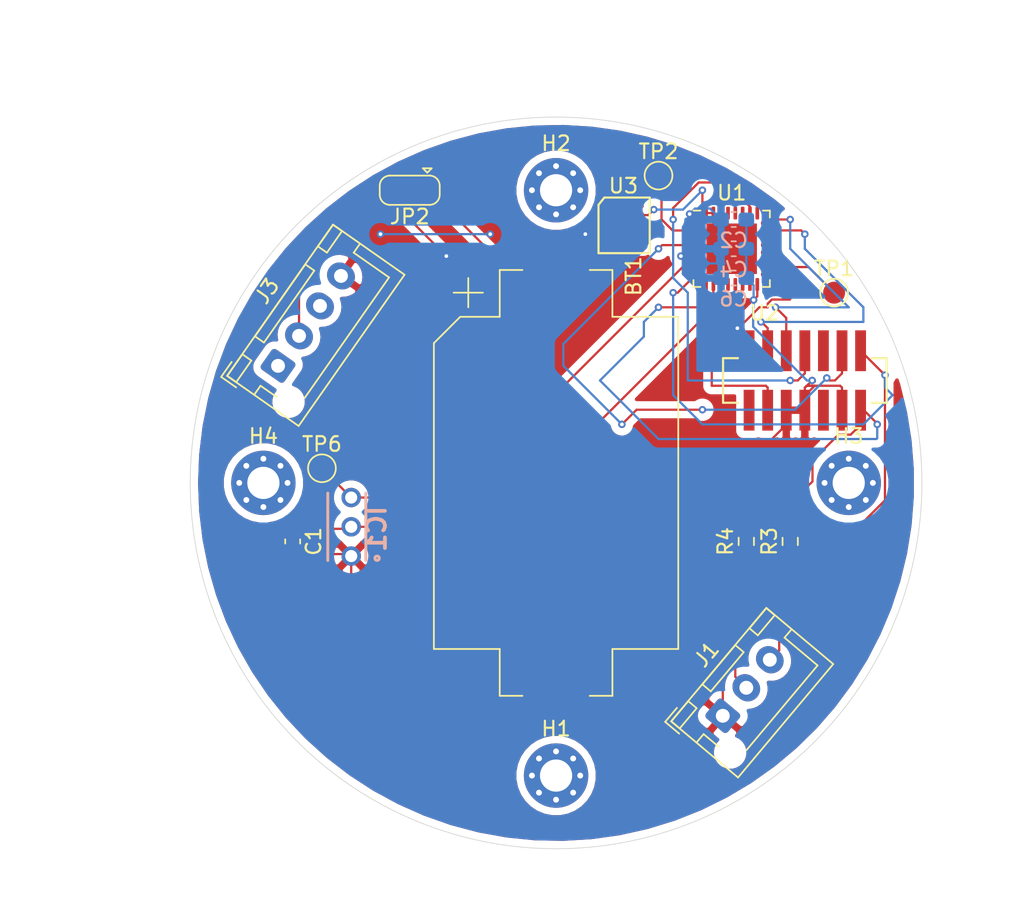
<source format=kicad_pcb>
(kicad_pcb (version 20171130) (host pcbnew "(5.1.9)-1")

  (general
    (thickness 1.6)
    (drawings 1)
    (tracks 222)
    (zones 0)
    (modules 21)
    (nets 41)
  )

  (page A4)
  (layers
    (0 F.Cu signal)
    (31 B.Cu signal)
    (32 B.Adhes user hide)
    (33 F.Adhes user hide)
    (34 B.Paste user hide)
    (35 F.Paste user hide)
    (36 B.SilkS user)
    (37 F.SilkS user)
    (38 B.Mask user)
    (39 F.Mask user)
    (40 Dwgs.User user hide)
    (41 Cmts.User user hide)
    (42 Eco1.User user hide)
    (43 Eco2.User user hide)
    (44 Edge.Cuts user)
    (45 Margin user hide)
    (46 B.CrtYd user hide)
    (47 F.CrtYd user hide)
    (48 B.Fab user)
    (49 F.Fab user)
  )

  (setup
    (last_trace_width 0.1524)
    (trace_clearance 0.2)
    (zone_clearance 0.508)
    (zone_45_only no)
    (trace_min 0.1524)
    (via_size 0.508)
    (via_drill 0.254)
    (via_min_size 0.508)
    (via_min_drill 0.254)
    (uvia_size 0.200152)
    (uvia_drill 0.100076)
    (uvias_allowed no)
    (uvia_min_size 0.2)
    (uvia_min_drill 0.1)
    (edge_width 0.05)
    (segment_width 0.2)
    (pcb_text_width 0.3)
    (pcb_text_size 1.5 1.5)
    (mod_edge_width 0.12)
    (mod_text_size 1 1)
    (mod_text_width 0.15)
    (pad_size 1.524 1.524)
    (pad_drill 0.762)
    (pad_to_mask_clearance 0.0508)
    (aux_axis_origin 0 0)
    (visible_elements FFFFFF7F)
    (pcbplotparams
      (layerselection 0x010fc_ffffffff)
      (usegerberextensions false)
      (usegerberattributes true)
      (usegerberadvancedattributes true)
      (creategerberjobfile true)
      (excludeedgelayer true)
      (linewidth 0.100000)
      (plotframeref false)
      (viasonmask false)
      (mode 1)
      (useauxorigin false)
      (hpglpennumber 1)
      (hpglpenspeed 20)
      (hpglpendiameter 15.000000)
      (psnegative false)
      (psa4output false)
      (plotreference true)
      (plotvalue true)
      (plotinvisibletext false)
      (padsonsilk false)
      (subtractmaskfromsilk false)
      (outputformat 1)
      (mirror false)
      (drillshape 0)
      (scaleselection 1)
      (outputdirectory ""))
  )

  (net 0 "")
  (net 1 GND)
  (net 2 "Net-(BT1-Pad1)")
  (net 3 VDD)
  (net 4 /sensor_pwr)
  (net 5 /tsl237_freq)
  (net 6 "Net-(J1-Pad2)")
  (net 7 "Net-(J1-Pad3)")
  (net 8 "Net-(J3-Pad1)")
  (net 9 "Net-(J3-Pad2)")
  (net 10 "Net-(J3-Pad3)")
  (net 11 /TX)
  (net 12 /RX)
  (net 13 /CLKOUT)
  (net 14 /oscillator)
  (net 15 "Net-(U1-Pad3)")
  (net 16 /NRST)
  (net 17 "Net-(U1-Pad7)")
  (net 18 "Net-(U1-Pad11)")
  (net 19 "Net-(U1-Pad12)")
  (net 20 "Net-(U1-Pad13)")
  (net 21 "Net-(U1-Pad14)")
  (net 22 "Net-(U1-Pad15)")
  (net 23 "Net-(U1-Pad19)")
  (net 24 "Net-(U1-Pad20)")
  (net 25 "Net-(U1-Pad21)")
  (net 26 "Net-(U1-Pad22)")
  (net 27 /SWDIO)
  (net 28 /SWDCLK)
  (net 29 "Net-(U1-Pad25)")
  (net 30 /SWO)
  (net 31 "Net-(U1-Pad27)")
  (net 32 "Net-(U1-Pad28)")
  (net 33 "Net-(U1-Pad29)")
  (net 34 "Net-(U1-Pad30)")
  (net 35 "Net-(U2-Pad1)")
  (net 36 "Net-(U2-Pad2)")
  (net 37 "Net-(U2-Pad9)")
  (net 38 "Net-(U2-Pad10)")
  (net 39 "Net-(U3-Pad10)")
  (net 40 "Net-(U3-Pad6)")

  (net_class Default "This is the default net class."
    (clearance 0.2)
    (trace_width 0.1524)
    (via_dia 0.508)
    (via_drill 0.254)
    (uvia_dia 0.200152)
    (uvia_drill 0.100076)
    (diff_pair_width 0.1524)
    (diff_pair_gap 0.25)
    (add_net /CLKOUT)
    (add_net /NRST)
    (add_net /RX)
    (add_net /SWDCLK)
    (add_net /SWDIO)
    (add_net /SWO)
    (add_net /TX)
    (add_net /oscillator)
    (add_net /sensor_pwr)
    (add_net /tsl237_freq)
    (add_net GND)
    (add_net "Net-(BT1-Pad1)")
    (add_net "Net-(J1-Pad2)")
    (add_net "Net-(J1-Pad3)")
    (add_net "Net-(J3-Pad1)")
    (add_net "Net-(J3-Pad2)")
    (add_net "Net-(J3-Pad3)")
    (add_net "Net-(U1-Pad11)")
    (add_net "Net-(U1-Pad12)")
    (add_net "Net-(U1-Pad13)")
    (add_net "Net-(U1-Pad14)")
    (add_net "Net-(U1-Pad15)")
    (add_net "Net-(U1-Pad19)")
    (add_net "Net-(U1-Pad20)")
    (add_net "Net-(U1-Pad21)")
    (add_net "Net-(U1-Pad22)")
    (add_net "Net-(U1-Pad25)")
    (add_net "Net-(U1-Pad27)")
    (add_net "Net-(U1-Pad28)")
    (add_net "Net-(U1-Pad29)")
    (add_net "Net-(U1-Pad3)")
    (add_net "Net-(U1-Pad30)")
    (add_net "Net-(U1-Pad7)")
    (add_net "Net-(U2-Pad1)")
    (add_net "Net-(U2-Pad10)")
    (add_net "Net-(U2-Pad2)")
    (add_net "Net-(U2-Pad9)")
    (add_net "Net-(U3-Pad10)")
    (add_net "Net-(U3-Pad6)")
    (add_net VDD)
  )

  (module e314:ftsh_14p_connector (layer F.Cu) (tedit 5C7B1BAD) (tstamp 6247314A)
    (at 142 98)
    (path /623DBB90)
    (fp_text reference U2 (at -2.75844 -4.60756) (layer F.SilkS)
      (effects (font (size 1 1) (thickness 0.15)))
    )
    (fp_text value STDC14 (at 0 -7) (layer F.Fab)
      (effects (font (size 1 1) (thickness 0.15)))
    )
    (fp_line (start 5.588 1.524) (end 4.572 1.524) (layer F.SilkS) (width 0.15))
    (fp_line (start 5.588 -1.524) (end 5.588 1.524) (layer F.SilkS) (width 0.15))
    (fp_line (start 4.572 -1.524) (end 5.588 -1.524) (layer F.SilkS) (width 0.15))
    (fp_line (start -5.588 1.524) (end -4.572 1.524) (layer F.SilkS) (width 0.15))
    (fp_line (start -5.588 -1.524) (end -5.588 1.524) (layer F.SilkS) (width 0.15))
    (fp_line (start -4.572 -1.524) (end -5.588 -1.524) (layer F.SilkS) (width 0.15))
    (pad 1 smd rect (at -3.81 2.032) (size 0.74 2.79) (layers F.Cu F.Paste F.Mask)
      (net 35 "Net-(U2-Pad1)"))
    (pad 2 smd rect (at -3.81 -2.032) (size 0.74 2.79) (layers F.Cu F.Paste F.Mask)
      (net 36 "Net-(U2-Pad2)"))
    (pad 3 smd rect (at -2.54 2.032) (size 0.74 2.79) (layers F.Cu F.Paste F.Mask)
      (net 3 VDD))
    (pad 4 smd rect (at -2.54 -2.032) (size 0.74 2.79) (layers F.Cu F.Paste F.Mask)
      (net 27 /SWDIO))
    (pad 5 smd rect (at -1.27 2.032) (size 0.74 2.79) (layers F.Cu F.Paste F.Mask)
      (net 1 GND))
    (pad 6 smd rect (at -1.27 -2.032) (size 0.74 2.79) (layers F.Cu F.Paste F.Mask)
      (net 28 /SWDCLK))
    (pad 7 smd rect (at 0 2.032) (size 0.74 2.79) (layers F.Cu F.Paste F.Mask)
      (net 1 GND))
    (pad 8 smd rect (at 0 -2.032) (size 0.74 2.79) (layers F.Cu F.Paste F.Mask)
      (net 30 /SWO))
    (pad 9 smd rect (at 1.27 2.032) (size 0.74 2.79) (layers F.Cu F.Paste F.Mask)
      (net 37 "Net-(U2-Pad9)"))
    (pad 10 smd rect (at 1.27 -2.032) (size 0.74 2.79) (layers F.Cu F.Paste F.Mask)
      (net 38 "Net-(U2-Pad10)"))
    (pad 11 smd rect (at 2.54 2.032) (size 0.74 2.79) (layers F.Cu F.Paste F.Mask)
      (net 1 GND))
    (pad 12 smd rect (at 2.54 -2.032) (size 0.74 2.79) (layers F.Cu F.Paste F.Mask)
      (net 16 /NRST))
    (pad 13 smd rect (at 3.81 2.032) (size 0.74 2.79) (layers F.Cu F.Paste F.Mask)
      (net 12 /RX))
    (pad 14 smd rect (at 3.81 -2.032) (size 0.74 2.79) (layers F.Cu F.Paste F.Mask)
      (net 11 /TX))
  )

  (module Package_DFN_QFN:QFN-32-1EP_5x5mm_P0.5mm_EP3.45x3.45mm (layer F.Cu) (tedit 5DC5F6A4) (tstamp 62473132)
    (at 137 89)
    (descr "QFN, 32 Pin (http://www.analog.com/media/en/package-pcb-resources/package/pkg_pdf/ltc-legacy-qfn/QFN_32_05-08-1693.pdf), generated with kicad-footprint-generator ipc_noLead_generator.py")
    (tags "QFN NoLead")
    (path /623CEB4F)
    (attr smd)
    (fp_text reference U1 (at 0 -3.82) (layer F.SilkS)
      (effects (font (size 1 1) (thickness 0.15)))
    )
    (fp_text value STM32L432KCUx (at 0 3.82) (layer F.Fab)
      (effects (font (size 1 1) (thickness 0.15)))
    )
    (fp_line (start 3.12 -3.12) (end -3.12 -3.12) (layer F.CrtYd) (width 0.05))
    (fp_line (start 3.12 3.12) (end 3.12 -3.12) (layer F.CrtYd) (width 0.05))
    (fp_line (start -3.12 3.12) (end 3.12 3.12) (layer F.CrtYd) (width 0.05))
    (fp_line (start -3.12 -3.12) (end -3.12 3.12) (layer F.CrtYd) (width 0.05))
    (fp_line (start -2.5 -1.5) (end -1.5 -2.5) (layer F.Fab) (width 0.1))
    (fp_line (start -2.5 2.5) (end -2.5 -1.5) (layer F.Fab) (width 0.1))
    (fp_line (start 2.5 2.5) (end -2.5 2.5) (layer F.Fab) (width 0.1))
    (fp_line (start 2.5 -2.5) (end 2.5 2.5) (layer F.Fab) (width 0.1))
    (fp_line (start -1.5 -2.5) (end 2.5 -2.5) (layer F.Fab) (width 0.1))
    (fp_line (start -2.135 -2.61) (end -2.61 -2.61) (layer F.SilkS) (width 0.12))
    (fp_line (start 2.61 2.61) (end 2.61 2.135) (layer F.SilkS) (width 0.12))
    (fp_line (start 2.135 2.61) (end 2.61 2.61) (layer F.SilkS) (width 0.12))
    (fp_line (start -2.61 2.61) (end -2.61 2.135) (layer F.SilkS) (width 0.12))
    (fp_line (start -2.135 2.61) (end -2.61 2.61) (layer F.SilkS) (width 0.12))
    (fp_line (start 2.61 -2.61) (end 2.61 -2.135) (layer F.SilkS) (width 0.12))
    (fp_line (start 2.135 -2.61) (end 2.61 -2.61) (layer F.SilkS) (width 0.12))
    (fp_text user %R (at 0 0) (layer F.Fab)
      (effects (font (size 1 1) (thickness 0.15)))
    )
    (pad 1 smd roundrect (at -2.4375 -1.75) (size 0.875 0.25) (layers F.Cu F.Paste F.Mask) (roundrect_rratio 0.25)
      (net 3 VDD))
    (pad 2 smd roundrect (at -2.4375 -1.25) (size 0.875 0.25) (layers F.Cu F.Paste F.Mask) (roundrect_rratio 0.25)
      (net 14 /oscillator))
    (pad 3 smd roundrect (at -2.4375 -0.75) (size 0.875 0.25) (layers F.Cu F.Paste F.Mask) (roundrect_rratio 0.25)
      (net 15 "Net-(U1-Pad3)"))
    (pad 4 smd roundrect (at -2.4375 -0.25) (size 0.875 0.25) (layers F.Cu F.Paste F.Mask) (roundrect_rratio 0.25)
      (net 16 /NRST))
    (pad 5 smd roundrect (at -2.4375 0.25) (size 0.875 0.25) (layers F.Cu F.Paste F.Mask) (roundrect_rratio 0.25)
      (net 3 VDD))
    (pad 6 smd roundrect (at -2.4375 0.75) (size 0.875 0.25) (layers F.Cu F.Paste F.Mask) (roundrect_rratio 0.25)
      (net 5 /tsl237_freq))
    (pad 7 smd roundrect (at -2.4375 1.25) (size 0.875 0.25) (layers F.Cu F.Paste F.Mask) (roundrect_rratio 0.25)
      (net 17 "Net-(U1-Pad7)"))
    (pad 8 smd roundrect (at -2.4375 1.75) (size 0.875 0.25) (layers F.Cu F.Paste F.Mask) (roundrect_rratio 0.25)
      (net 11 /TX))
    (pad 9 smd roundrect (at -1.75 2.4375) (size 0.25 0.875) (layers F.Cu F.Paste F.Mask) (roundrect_rratio 0.25)
      (net 12 /RX))
    (pad 10 smd roundrect (at -1.25 2.4375) (size 0.25 0.875) (layers F.Cu F.Paste F.Mask) (roundrect_rratio 0.25)
      (net 4 /sensor_pwr))
    (pad 11 smd roundrect (at -0.75 2.4375) (size 0.25 0.875) (layers F.Cu F.Paste F.Mask) (roundrect_rratio 0.25)
      (net 18 "Net-(U1-Pad11)"))
    (pad 12 smd roundrect (at -0.25 2.4375) (size 0.25 0.875) (layers F.Cu F.Paste F.Mask) (roundrect_rratio 0.25)
      (net 19 "Net-(U1-Pad12)"))
    (pad 13 smd roundrect (at 0.25 2.4375) (size 0.25 0.875) (layers F.Cu F.Paste F.Mask) (roundrect_rratio 0.25)
      (net 20 "Net-(U1-Pad13)"))
    (pad 14 smd roundrect (at 0.75 2.4375) (size 0.25 0.875) (layers F.Cu F.Paste F.Mask) (roundrect_rratio 0.25)
      (net 21 "Net-(U1-Pad14)"))
    (pad 15 smd roundrect (at 1.25 2.4375) (size 0.25 0.875) (layers F.Cu F.Paste F.Mask) (roundrect_rratio 0.25)
      (net 22 "Net-(U1-Pad15)"))
    (pad 16 smd roundrect (at 1.75 2.4375) (size 0.25 0.875) (layers F.Cu F.Paste F.Mask) (roundrect_rratio 0.25)
      (net 1 GND))
    (pad 17 smd roundrect (at 2.4375 1.75) (size 0.875 0.25) (layers F.Cu F.Paste F.Mask) (roundrect_rratio 0.25)
      (net 3 VDD))
    (pad 18 smd roundrect (at 2.4375 1.25) (size 0.875 0.25) (layers F.Cu F.Paste F.Mask) (roundrect_rratio 0.25)
      (net 13 /CLKOUT))
    (pad 19 smd roundrect (at 2.4375 0.75) (size 0.875 0.25) (layers F.Cu F.Paste F.Mask) (roundrect_rratio 0.25)
      (net 23 "Net-(U1-Pad19)"))
    (pad 20 smd roundrect (at 2.4375 0.25) (size 0.875 0.25) (layers F.Cu F.Paste F.Mask) (roundrect_rratio 0.25)
      (net 24 "Net-(U1-Pad20)"))
    (pad 21 smd roundrect (at 2.4375 -0.25) (size 0.875 0.25) (layers F.Cu F.Paste F.Mask) (roundrect_rratio 0.25)
      (net 25 "Net-(U1-Pad21)"))
    (pad 22 smd roundrect (at 2.4375 -0.75) (size 0.875 0.25) (layers F.Cu F.Paste F.Mask) (roundrect_rratio 0.25)
      (net 26 "Net-(U1-Pad22)"))
    (pad 23 smd roundrect (at 2.4375 -1.25) (size 0.875 0.25) (layers F.Cu F.Paste F.Mask) (roundrect_rratio 0.25)
      (net 27 /SWDIO))
    (pad 24 smd roundrect (at 2.4375 -1.75) (size 0.875 0.25) (layers F.Cu F.Paste F.Mask) (roundrect_rratio 0.25)
      (net 28 /SWDCLK))
    (pad 25 smd roundrect (at 1.75 -2.4375) (size 0.25 0.875) (layers F.Cu F.Paste F.Mask) (roundrect_rratio 0.25)
      (net 29 "Net-(U1-Pad25)"))
    (pad 26 smd roundrect (at 1.25 -2.4375) (size 0.25 0.875) (layers F.Cu F.Paste F.Mask) (roundrect_rratio 0.25)
      (net 30 /SWO))
    (pad 27 smd roundrect (at 0.75 -2.4375) (size 0.25 0.875) (layers F.Cu F.Paste F.Mask) (roundrect_rratio 0.25)
      (net 31 "Net-(U1-Pad27)"))
    (pad 28 smd roundrect (at 0.25 -2.4375) (size 0.25 0.875) (layers F.Cu F.Paste F.Mask) (roundrect_rratio 0.25)
      (net 32 "Net-(U1-Pad28)"))
    (pad 29 smd roundrect (at -0.25 -2.4375) (size 0.25 0.875) (layers F.Cu F.Paste F.Mask) (roundrect_rratio 0.25)
      (net 33 "Net-(U1-Pad29)"))
    (pad 30 smd roundrect (at -0.75 -2.4375) (size 0.25 0.875) (layers F.Cu F.Paste F.Mask) (roundrect_rratio 0.25)
      (net 34 "Net-(U1-Pad30)"))
    (pad 31 smd roundrect (at -1.25 -2.4375) (size 0.25 0.875) (layers F.Cu F.Paste F.Mask) (roundrect_rratio 0.25)
      (net 1 GND))
    (pad 32 smd roundrect (at -1.75 -2.4375) (size 0.25 0.875) (layers F.Cu F.Paste F.Mask) (roundrect_rratio 0.25)
      (net 1 GND))
    (pad 33 smd rect (at 0 0) (size 3.45 3.45) (layers F.Cu F.Mask)
      (net 1 GND))
    (pad "" smd roundrect (at -1.15 -1.15) (size 0.93 0.93) (layers F.Paste) (roundrect_rratio 0.25))
    (pad "" smd roundrect (at -1.15 0) (size 0.93 0.93) (layers F.Paste) (roundrect_rratio 0.25))
    (pad "" smd roundrect (at -1.15 1.15) (size 0.93 0.93) (layers F.Paste) (roundrect_rratio 0.25))
    (pad "" smd roundrect (at 0 -1.15) (size 0.93 0.93) (layers F.Paste) (roundrect_rratio 0.25))
    (pad "" smd roundrect (at 0 0) (size 0.93 0.93) (layers F.Paste) (roundrect_rratio 0.25))
    (pad "" smd roundrect (at 0 1.15) (size 0.93 0.93) (layers F.Paste) (roundrect_rratio 0.25))
    (pad "" smd roundrect (at 1.15 -1.15) (size 0.93 0.93) (layers F.Paste) (roundrect_rratio 0.25))
    (pad "" smd roundrect (at 1.15 0) (size 0.93 0.93) (layers F.Paste) (roundrect_rratio 0.25))
    (pad "" smd roundrect (at 1.15 1.15) (size 0.93 0.93) (layers F.Paste) (roundrect_rratio 0.25))
    (model ${KISYS3DMOD}/Package_DFN_QFN.3dshapes/QFN-32-1EP_5x5mm_P0.5mm_EP3.45x3.45mm.wrl
      (at (xyz 0 0 0))
      (scale (xyz 1 1 1))
      (rotate (xyz 0 0 0))
    )
  )

  (module Battery:BatteryHolder_Keystone_1060_1x2032 (layer F.Cu) (tedit 5B98EF5E) (tstamp 62472FB9)
    (at 125 105 270)
    (descr http://www.keyelco.com/product-pdf.cfm?p=726)
    (tags "CR2032 BR2032 BatteryHolder Battery")
    (path /623EF0BF)
    (attr smd)
    (fp_text reference BT1 (at -14.125 -5.3 90) (layer F.SilkS)
      (effects (font (size 1 1) (thickness 0.15)))
    )
    (fp_text value Battery_Cell (at 0 -11.75 90) (layer F.Fab)
      (effects (font (size 1 1) (thickness 0.15)))
    )
    (fp_line (start -12 6) (end -14 6) (layer F.SilkS) (width 0.12))
    (fp_line (start -13 5) (end -13 7) (layer F.SilkS) (width 0.12))
    (fp_line (start 11.5 -8.5) (end 6.5 -8.5) (layer F.CrtYd) (width 0.05))
    (fp_line (start 11.5 4) (end 11.5 8.5) (layer F.CrtYd) (width 0.05))
    (fp_line (start 14.7 4) (end 11.5 4) (layer F.CrtYd) (width 0.05))
    (fp_line (start 14.7 2.3) (end 14.7 4) (layer F.CrtYd) (width 0.05))
    (fp_line (start 16.45 2.3) (end 14.7 2.3) (layer F.CrtYd) (width 0.05))
    (fp_line (start 16.45 -2.3) (end 16.45 2.3) (layer F.CrtYd) (width 0.05))
    (fp_line (start 14.7 -2.3) (end 16.45 -2.3) (layer F.CrtYd) (width 0.05))
    (fp_line (start 14.7 -4) (end 14.7 -2.3) (layer F.CrtYd) (width 0.05))
    (fp_line (start 11.5 -4) (end 14.7 -4) (layer F.CrtYd) (width 0.05))
    (fp_line (start 11.5 -8.5) (end 11.5 -4) (layer F.CrtYd) (width 0.05))
    (fp_line (start -11.5 -8.5) (end -6.5 -8.5) (layer F.CrtYd) (width 0.05))
    (fp_line (start -11.5 -4) (end -11.5 -8.5) (layer F.CrtYd) (width 0.05))
    (fp_line (start -14.7 -4) (end -11.5 -4) (layer F.CrtYd) (width 0.05))
    (fp_line (start -14.7 -2.3) (end -14.7 -4) (layer F.CrtYd) (width 0.05))
    (fp_line (start -14.7 -2.3) (end -16.45 -2.3) (layer F.CrtYd) (width 0.05))
    (fp_line (start -16.45 2.3) (end -16.45 -2.3) (layer F.CrtYd) (width 0.05))
    (fp_line (start -14.7 2.3) (end -16.45 2.3) (layer F.CrtYd) (width 0.05))
    (fp_line (start -14.7 4) (end -14.7 2.3) (layer F.CrtYd) (width 0.05))
    (fp_line (start -14.7 4) (end -11.5 4) (layer F.CrtYd) (width 0.05))
    (fp_line (start -11.5 4) (end -11.5 8.5) (layer F.CrtYd) (width 0.05))
    (fp_line (start -6.5 8.5) (end -11.5 8.5) (layer F.CrtYd) (width 0.05))
    (fp_line (start 11.5 8.5) (end 6.5 8.5) (layer F.CrtYd) (width 0.05))
    (fp_line (start 11.35 -8.35) (end 11.35 -3.85) (layer F.SilkS) (width 0.12))
    (fp_line (start -11.35 -8.35) (end -11.35 -3.85) (layer F.SilkS) (width 0.12))
    (fp_line (start -11.35 -8.35) (end 11.35 -8.35) (layer F.SilkS) (width 0.12))
    (fp_line (start 14.55 -3.85) (end 14.55 -2.3) (layer F.SilkS) (width 0.12))
    (fp_line (start 11.35 -3.85) (end 14.55 -3.85) (layer F.SilkS) (width 0.12))
    (fp_line (start -14.55 -3.85) (end -14.55 -2.3) (layer F.SilkS) (width 0.12))
    (fp_line (start -11.35 -3.85) (end -14.55 -3.85) (layer F.SilkS) (width 0.12))
    (fp_line (start -14.55 3.85) (end -14.55 2.3) (layer F.SilkS) (width 0.12))
    (fp_line (start -11.35 3.85) (end -14.55 3.85) (layer F.SilkS) (width 0.12))
    (fp_line (start -9.55 8.35) (end -11.35 6.55) (layer F.SilkS) (width 0.12))
    (fp_line (start -11.35 6.55) (end -11.35 3.85) (layer F.SilkS) (width 0.12))
    (fp_line (start 11.35 8.35) (end -9.55 8.35) (layer F.SilkS) (width 0.12))
    (fp_line (start 11.35 8.35) (end 11.35 3.85) (layer F.SilkS) (width 0.12))
    (fp_line (start 14.55 3.85) (end 14.55 2.3) (layer F.SilkS) (width 0.12))
    (fp_line (start 11.35 3.85) (end 14.55 3.85) (layer F.SilkS) (width 0.12))
    (fp_line (start -9.4 8) (end -11 6.4) (layer F.Fab) (width 0.1))
    (fp_line (start 14.2 -3.5) (end 11 -3.5) (layer F.Fab) (width 0.1))
    (fp_line (start 14.2 3.5) (end 14.2 -3.5) (layer F.Fab) (width 0.1))
    (fp_line (start 11 3.5) (end 14.2 3.5) (layer F.Fab) (width 0.1))
    (fp_line (start -14.2 -3.5) (end -11 -3.5) (layer F.Fab) (width 0.1))
    (fp_line (start -14.2 3.5) (end -14.2 -3.5) (layer F.Fab) (width 0.1))
    (fp_line (start -11 3.5) (end -14.2 3.5) (layer F.Fab) (width 0.1))
    (fp_line (start -11 6.4) (end -11 3.5) (layer F.Fab) (width 0.1))
    (fp_line (start -11 -8) (end -11 -3.5) (layer F.Fab) (width 0.1))
    (fp_line (start 11 -8) (end 11 -3.5) (layer F.Fab) (width 0.1))
    (fp_line (start 11 8) (end 11 3.5) (layer F.Fab) (width 0.1))
    (fp_line (start 11 -8) (end -11 -8) (layer F.Fab) (width 0.1))
    (fp_line (start 11 8) (end -9.4 8) (layer F.Fab) (width 0.1))
    (fp_circle (center 0 0) (end -10.2 0) (layer Dwgs.User) (width 0.3))
    (fp_arc (start 0 0) (end -6.5 8.5) (angle -74.81070976) (layer F.CrtYd) (width 0.05))
    (fp_arc (start 0 0) (end 6.5 -8.5) (angle -74.81070976) (layer F.CrtYd) (width 0.05))
    (fp_text user %R (at 0 0 90) (layer F.Fab)
      (effects (font (size 1 1) (thickness 0.15)))
    )
    (pad 2 smd rect (at 14.65 0 90) (size 2.6 3.6) (layers F.Cu F.Paste F.Mask)
      (net 1 GND))
    (pad 1 smd rect (at -14.65 0 90) (size 2.6 3.6) (layers F.Cu F.Paste F.Mask)
      (net 2 "Net-(BT1-Pad1)"))
    (model ${KISYS3DMOD}/Battery.3dshapes/BatteryHolder_Keystone_1060_1x2032.wrl
      (at (xyz 0 0 0))
      (scale (xyz 1 1 1))
      (rotate (xyz 0 0 0))
    )
  )

  (module Capacitor_SMD:C_0603_1608Metric_Pad1.08x0.95mm_HandSolder (layer F.Cu) (tedit 5F68FEEF) (tstamp 62472FCA)
    (at 107 109 270)
    (descr "Capacitor SMD 0603 (1608 Metric), square (rectangular) end terminal, IPC_7351 nominal with elongated pad for handsoldering. (Body size source: IPC-SM-782 page 76, https://www.pcb-3d.com/wordpress/wp-content/uploads/ipc-sm-782a_amendment_1_and_2.pdf), generated with kicad-footprint-generator")
    (tags "capacitor handsolder")
    (path /6240251C)
    (attr smd)
    (fp_text reference C1 (at 0 -1.43 90) (layer F.SilkS)
      (effects (font (size 1 1) (thickness 0.15)))
    )
    (fp_text value 1uF (at 0 1.43 90) (layer F.Fab)
      (effects (font (size 1 1) (thickness 0.15)))
    )
    (fp_line (start 1.65 0.73) (end -1.65 0.73) (layer F.CrtYd) (width 0.05))
    (fp_line (start 1.65 -0.73) (end 1.65 0.73) (layer F.CrtYd) (width 0.05))
    (fp_line (start -1.65 -0.73) (end 1.65 -0.73) (layer F.CrtYd) (width 0.05))
    (fp_line (start -1.65 0.73) (end -1.65 -0.73) (layer F.CrtYd) (width 0.05))
    (fp_line (start -0.146267 0.51) (end 0.146267 0.51) (layer F.SilkS) (width 0.12))
    (fp_line (start -0.146267 -0.51) (end 0.146267 -0.51) (layer F.SilkS) (width 0.12))
    (fp_line (start 0.8 0.4) (end -0.8 0.4) (layer F.Fab) (width 0.1))
    (fp_line (start 0.8 -0.4) (end 0.8 0.4) (layer F.Fab) (width 0.1))
    (fp_line (start -0.8 -0.4) (end 0.8 -0.4) (layer F.Fab) (width 0.1))
    (fp_line (start -0.8 0.4) (end -0.8 -0.4) (layer F.Fab) (width 0.1))
    (fp_text user %R (at 1.824999 -24.665001 90) (layer F.Fab)
      (effects (font (size 0.4 0.4) (thickness 0.06)))
    )
    (pad 1 smd roundrect (at -0.8625 0 270) (size 1.075 0.95) (layers F.Cu F.Paste F.Mask) (roundrect_rratio 0.25)
      (net 4 /sensor_pwr))
    (pad 2 smd roundrect (at 0.8625 0 270) (size 1.075 0.95) (layers F.Cu F.Paste F.Mask) (roundrect_rratio 0.25)
      (net 1 GND))
    (model ${KISYS3DMOD}/Capacitor_SMD.3dshapes/C_0603_1608Metric.wrl
      (at (xyz 0 0 0))
      (scale (xyz 1 1 1))
      (rotate (xyz 0 0 0))
    )
  )

  (module Capacitor_SMD:C_0603_1608Metric_Pad1.08x0.95mm_HandSolder (layer B.Cu) (tedit 5F68FEEF) (tstamp 62472FDB)
    (at 137.1375 87)
    (descr "Capacitor SMD 0603 (1608 Metric), square (rectangular) end terminal, IPC_7351 nominal with elongated pad for handsoldering. (Body size source: IPC-SM-782 page 76, https://www.pcb-3d.com/wordpress/wp-content/uploads/ipc-sm-782a_amendment_1_and_2.pdf), generated with kicad-footprint-generator")
    (tags "capacitor handsolder")
    (path /623D11F5)
    (attr smd)
    (fp_text reference C2 (at 0 1.43) (layer B.SilkS)
      (effects (font (size 1 1) (thickness 0.15)) (justify mirror))
    )
    (fp_text value 1uF (at 0 -1.43) (layer B.Fab)
      (effects (font (size 1 1) (thickness 0.15)) (justify mirror))
    )
    (fp_text user %R (at 0 0) (layer B.Fab)
      (effects (font (size 0.4 0.4) (thickness 0.06)) (justify mirror))
    )
    (fp_line (start -0.8 -0.4) (end -0.8 0.4) (layer B.Fab) (width 0.1))
    (fp_line (start -0.8 0.4) (end 0.8 0.4) (layer B.Fab) (width 0.1))
    (fp_line (start 0.8 0.4) (end 0.8 -0.4) (layer B.Fab) (width 0.1))
    (fp_line (start 0.8 -0.4) (end -0.8 -0.4) (layer B.Fab) (width 0.1))
    (fp_line (start -0.146267 0.51) (end 0.146267 0.51) (layer B.SilkS) (width 0.12))
    (fp_line (start -0.146267 -0.51) (end 0.146267 -0.51) (layer B.SilkS) (width 0.12))
    (fp_line (start -1.65 -0.73) (end -1.65 0.73) (layer B.CrtYd) (width 0.05))
    (fp_line (start -1.65 0.73) (end 1.65 0.73) (layer B.CrtYd) (width 0.05))
    (fp_line (start 1.65 0.73) (end 1.65 -0.73) (layer B.CrtYd) (width 0.05))
    (fp_line (start 1.65 -0.73) (end -1.65 -0.73) (layer B.CrtYd) (width 0.05))
    (pad 2 smd roundrect (at 0.8625 0) (size 1.075 0.95) (layers B.Cu B.Paste B.Mask) (roundrect_rratio 0.25)
      (net 1 GND))
    (pad 1 smd roundrect (at -0.8625 0) (size 1.075 0.95) (layers B.Cu B.Paste B.Mask) (roundrect_rratio 0.25)
      (net 3 VDD))
    (model ${KISYS3DMOD}/Capacitor_SMD.3dshapes/C_0603_1608Metric.wrl
      (at (xyz 0 0 0))
      (scale (xyz 1 1 1))
      (rotate (xyz 0 0 0))
    )
  )

  (module Capacitor_SMD:C_0603_1608Metric_Pad1.08x0.95mm_HandSolder (layer B.Cu) (tedit 5F68FEEF) (tstamp 62472FEC)
    (at 137.1375 89)
    (descr "Capacitor SMD 0603 (1608 Metric), square (rectangular) end terminal, IPC_7351 nominal with elongated pad for handsoldering. (Body size source: IPC-SM-782 page 76, https://www.pcb-3d.com/wordpress/wp-content/uploads/ipc-sm-782a_amendment_1_and_2.pdf), generated with kicad-footprint-generator")
    (tags "capacitor handsolder")
    (path /623E820C)
    (attr smd)
    (fp_text reference C4 (at 0 1.43) (layer B.SilkS)
      (effects (font (size 1 1) (thickness 0.15)) (justify mirror))
    )
    (fp_text value 0.1uF (at 0 -1.43) (layer B.Fab)
      (effects (font (size 1 1) (thickness 0.15)) (justify mirror))
    )
    (fp_line (start 1.65 -0.73) (end -1.65 -0.73) (layer B.CrtYd) (width 0.05))
    (fp_line (start 1.65 0.73) (end 1.65 -0.73) (layer B.CrtYd) (width 0.05))
    (fp_line (start -1.65 0.73) (end 1.65 0.73) (layer B.CrtYd) (width 0.05))
    (fp_line (start -1.65 -0.73) (end -1.65 0.73) (layer B.CrtYd) (width 0.05))
    (fp_line (start -0.146267 -0.51) (end 0.146267 -0.51) (layer B.SilkS) (width 0.12))
    (fp_line (start -0.146267 0.51) (end 0.146267 0.51) (layer B.SilkS) (width 0.12))
    (fp_line (start 0.8 -0.4) (end -0.8 -0.4) (layer B.Fab) (width 0.1))
    (fp_line (start 0.8 0.4) (end 0.8 -0.4) (layer B.Fab) (width 0.1))
    (fp_line (start -0.8 0.4) (end 0.8 0.4) (layer B.Fab) (width 0.1))
    (fp_line (start -0.8 -0.4) (end -0.8 0.4) (layer B.Fab) (width 0.1))
    (fp_text user %R (at 0 0) (layer B.Fab)
      (effects (font (size 0.4 0.4) (thickness 0.06)) (justify mirror))
    )
    (pad 1 smd roundrect (at -0.8625 0) (size 1.075 0.95) (layers B.Cu B.Paste B.Mask) (roundrect_rratio 0.25)
      (net 3 VDD))
    (pad 2 smd roundrect (at 0.8625 0) (size 1.075 0.95) (layers B.Cu B.Paste B.Mask) (roundrect_rratio 0.25)
      (net 1 GND))
    (model ${KISYS3DMOD}/Capacitor_SMD.3dshapes/C_0603_1608Metric.wrl
      (at (xyz 0 0 0))
      (scale (xyz 1 1 1))
      (rotate (xyz 0 0 0))
    )
  )

  (module Capacitor_SMD:C_0603_1608Metric_Pad1.08x0.95mm_HandSolder (layer B.Cu) (tedit 5F68FEEF) (tstamp 62472FFD)
    (at 137.1375 91)
    (descr "Capacitor SMD 0603 (1608 Metric), square (rectangular) end terminal, IPC_7351 nominal with elongated pad for handsoldering. (Body size source: IPC-SM-782 page 76, https://www.pcb-3d.com/wordpress/wp-content/uploads/ipc-sm-782a_amendment_1_and_2.pdf), generated with kicad-footprint-generator")
    (tags "capacitor handsolder")
    (path /623D0D1F)
    (attr smd)
    (fp_text reference C6 (at 0 1.43) (layer B.SilkS)
      (effects (font (size 1 1) (thickness 0.15)) (justify mirror))
    )
    (fp_text value 0.1uF (at 0 -1.43) (layer B.Fab)
      (effects (font (size 1 1) (thickness 0.15)) (justify mirror))
    )
    (fp_text user %R (at 0 0) (layer B.Fab)
      (effects (font (size 0.4 0.4) (thickness 0.06)) (justify mirror))
    )
    (fp_line (start -0.8 -0.4) (end -0.8 0.4) (layer B.Fab) (width 0.1))
    (fp_line (start -0.8 0.4) (end 0.8 0.4) (layer B.Fab) (width 0.1))
    (fp_line (start 0.8 0.4) (end 0.8 -0.4) (layer B.Fab) (width 0.1))
    (fp_line (start 0.8 -0.4) (end -0.8 -0.4) (layer B.Fab) (width 0.1))
    (fp_line (start -0.146267 0.51) (end 0.146267 0.51) (layer B.SilkS) (width 0.12))
    (fp_line (start -0.146267 -0.51) (end 0.146267 -0.51) (layer B.SilkS) (width 0.12))
    (fp_line (start -1.65 -0.73) (end -1.65 0.73) (layer B.CrtYd) (width 0.05))
    (fp_line (start -1.65 0.73) (end 1.65 0.73) (layer B.CrtYd) (width 0.05))
    (fp_line (start 1.65 0.73) (end 1.65 -0.73) (layer B.CrtYd) (width 0.05))
    (fp_line (start 1.65 -0.73) (end -1.65 -0.73) (layer B.CrtYd) (width 0.05))
    (pad 2 smd roundrect (at 0.8625 0) (size 1.075 0.95) (layers B.Cu B.Paste B.Mask) (roundrect_rratio 0.25)
      (net 1 GND))
    (pad 1 smd roundrect (at -0.8625 0) (size 1.075 0.95) (layers B.Cu B.Paste B.Mask) (roundrect_rratio 0.25)
      (net 3 VDD))
    (model ${KISYS3DMOD}/Capacitor_SMD.3dshapes/C_0603_1608Metric.wrl
      (at (xyz 0 0 0))
      (scale (xyz 1 1 1))
      (rotate (xyz 0 0 0))
    )
  )

  (module MountingHole:MountingHole_2.2mm_M2_Pad_Via (layer F.Cu) (tedit 56DDB9C7) (tstamp 6247300D)
    (at 125 125)
    (descr "Mounting Hole 2.2mm, M2")
    (tags "mounting hole 2.2mm m2")
    (path /62419157)
    (attr virtual)
    (fp_text reference H1 (at 0 -3.2) (layer F.SilkS)
      (effects (font (size 1 1) (thickness 0.15)))
    )
    (fp_text value MountingHole (at 0 3.2) (layer F.Fab)
      (effects (font (size 1 1) (thickness 0.15)))
    )
    (fp_circle (center 0 0) (end 2.45 0) (layer F.CrtYd) (width 0.05))
    (fp_circle (center 0 0) (end 2.2 0) (layer Cmts.User) (width 0.15))
    (fp_text user %R (at 0.3 0) (layer F.Fab)
      (effects (font (size 1 1) (thickness 0.15)))
    )
    (pad 1 thru_hole circle (at 0 0) (size 4.4 4.4) (drill 2.2) (layers *.Cu *.Mask))
    (pad 1 thru_hole circle (at 1.65 0) (size 0.7 0.7) (drill 0.4) (layers *.Cu *.Mask))
    (pad 1 thru_hole circle (at 1.166726 1.166726) (size 0.7 0.7) (drill 0.4) (layers *.Cu *.Mask))
    (pad 1 thru_hole circle (at 0 1.65) (size 0.7 0.7) (drill 0.4) (layers *.Cu *.Mask))
    (pad 1 thru_hole circle (at -1.166726 1.166726) (size 0.7 0.7) (drill 0.4) (layers *.Cu *.Mask))
    (pad 1 thru_hole circle (at -1.65 0) (size 0.7 0.7) (drill 0.4) (layers *.Cu *.Mask))
    (pad 1 thru_hole circle (at -1.166726 -1.166726) (size 0.7 0.7) (drill 0.4) (layers *.Cu *.Mask))
    (pad 1 thru_hole circle (at 0 -1.65) (size 0.7 0.7) (drill 0.4) (layers *.Cu *.Mask))
    (pad 1 thru_hole circle (at 1.166726 -1.166726) (size 0.7 0.7) (drill 0.4) (layers *.Cu *.Mask))
  )

  (module MountingHole:MountingHole_2.2mm_M2_Pad_Via (layer F.Cu) (tedit 56DDB9C7) (tstamp 6247301D)
    (at 125 85)
    (descr "Mounting Hole 2.2mm, M2")
    (tags "mounting hole 2.2mm m2")
    (path /62419A90)
    (attr virtual)
    (fp_text reference H2 (at 0 -3.2) (layer F.SilkS)
      (effects (font (size 1 1) (thickness 0.15)))
    )
    (fp_text value MountingHole (at 0 3.2) (layer F.Fab)
      (effects (font (size 1 1) (thickness 0.15)))
    )
    (fp_text user %R (at 0.3 0) (layer F.Fab)
      (effects (font (size 1 1) (thickness 0.15)))
    )
    (fp_circle (center 0 0) (end 2.2 0) (layer Cmts.User) (width 0.15))
    (fp_circle (center 0 0) (end 2.45 0) (layer F.CrtYd) (width 0.05))
    (pad 1 thru_hole circle (at 1.166726 -1.166726) (size 0.7 0.7) (drill 0.4) (layers *.Cu *.Mask))
    (pad 1 thru_hole circle (at 0 -1.65) (size 0.7 0.7) (drill 0.4) (layers *.Cu *.Mask))
    (pad 1 thru_hole circle (at -1.166726 -1.166726) (size 0.7 0.7) (drill 0.4) (layers *.Cu *.Mask))
    (pad 1 thru_hole circle (at -1.65 0) (size 0.7 0.7) (drill 0.4) (layers *.Cu *.Mask))
    (pad 1 thru_hole circle (at -1.166726 1.166726) (size 0.7 0.7) (drill 0.4) (layers *.Cu *.Mask))
    (pad 1 thru_hole circle (at 0 1.65) (size 0.7 0.7) (drill 0.4) (layers *.Cu *.Mask))
    (pad 1 thru_hole circle (at 1.166726 1.166726) (size 0.7 0.7) (drill 0.4) (layers *.Cu *.Mask))
    (pad 1 thru_hole circle (at 1.65 0) (size 0.7 0.7) (drill 0.4) (layers *.Cu *.Mask))
    (pad 1 thru_hole circle (at 0 0) (size 4.4 4.4) (drill 2.2) (layers *.Cu *.Mask))
  )

  (module MountingHole:MountingHole_2.2mm_M2_Pad_Via (layer F.Cu) (tedit 56DDB9C7) (tstamp 6247302D)
    (at 145 105)
    (descr "Mounting Hole 2.2mm, M2")
    (tags "mounting hole 2.2mm m2")
    (path /6241A411)
    (attr virtual)
    (fp_text reference H3 (at 0 -3.2) (layer F.SilkS)
      (effects (font (size 1 1) (thickness 0.15)))
    )
    (fp_text value MountingHole (at 0 3.2) (layer F.Fab)
      (effects (font (size 1 1) (thickness 0.15)))
    )
    (fp_circle (center 0 0) (end 2.45 0) (layer F.CrtYd) (width 0.05))
    (fp_circle (center 0 0) (end 2.2 0) (layer Cmts.User) (width 0.15))
    (fp_text user %R (at 0.3 0) (layer F.Fab)
      (effects (font (size 1 1) (thickness 0.15)))
    )
    (pad 1 thru_hole circle (at 0 0) (size 4.4 4.4) (drill 2.2) (layers *.Cu *.Mask))
    (pad 1 thru_hole circle (at 1.65 0) (size 0.7 0.7) (drill 0.4) (layers *.Cu *.Mask))
    (pad 1 thru_hole circle (at 1.166726 1.166726) (size 0.7 0.7) (drill 0.4) (layers *.Cu *.Mask))
    (pad 1 thru_hole circle (at 0 1.65) (size 0.7 0.7) (drill 0.4) (layers *.Cu *.Mask))
    (pad 1 thru_hole circle (at -1.166726 1.166726) (size 0.7 0.7) (drill 0.4) (layers *.Cu *.Mask))
    (pad 1 thru_hole circle (at -1.65 0) (size 0.7 0.7) (drill 0.4) (layers *.Cu *.Mask))
    (pad 1 thru_hole circle (at -1.166726 -1.166726) (size 0.7 0.7) (drill 0.4) (layers *.Cu *.Mask))
    (pad 1 thru_hole circle (at 0 -1.65) (size 0.7 0.7) (drill 0.4) (layers *.Cu *.Mask))
    (pad 1 thru_hole circle (at 1.166726 -1.166726) (size 0.7 0.7) (drill 0.4) (layers *.Cu *.Mask))
  )

  (module MountingHole:MountingHole_2.2mm_M2_Pad_Via (layer F.Cu) (tedit 56DDB9C7) (tstamp 6247303D)
    (at 105 105)
    (descr "Mounting Hole 2.2mm, M2")
    (tags "mounting hole 2.2mm m2")
    (path /6241AD42)
    (attr virtual)
    (fp_text reference H4 (at 0 -3.2) (layer F.SilkS)
      (effects (font (size 1 1) (thickness 0.15)))
    )
    (fp_text value MountingHole (at 0 3.2) (layer F.Fab)
      (effects (font (size 1 1) (thickness 0.15)))
    )
    (fp_text user %R (at 0.3 0) (layer F.Fab)
      (effects (font (size 1 1) (thickness 0.15)))
    )
    (fp_circle (center 0 0) (end 2.2 0) (layer Cmts.User) (width 0.15))
    (fp_circle (center 0 0) (end 2.45 0) (layer F.CrtYd) (width 0.05))
    (pad 1 thru_hole circle (at 1.166726 -1.166726) (size 0.7 0.7) (drill 0.4) (layers *.Cu *.Mask))
    (pad 1 thru_hole circle (at 0 -1.65) (size 0.7 0.7) (drill 0.4) (layers *.Cu *.Mask))
    (pad 1 thru_hole circle (at -1.166726 -1.166726) (size 0.7 0.7) (drill 0.4) (layers *.Cu *.Mask))
    (pad 1 thru_hole circle (at -1.65 0) (size 0.7 0.7) (drill 0.4) (layers *.Cu *.Mask))
    (pad 1 thru_hole circle (at -1.166726 1.166726) (size 0.7 0.7) (drill 0.4) (layers *.Cu *.Mask))
    (pad 1 thru_hole circle (at 0 1.65) (size 0.7 0.7) (drill 0.4) (layers *.Cu *.Mask))
    (pad 1 thru_hole circle (at 1.166726 1.166726) (size 0.7 0.7) (drill 0.4) (layers *.Cu *.Mask))
    (pad 1 thru_hole circle (at 1.65 0) (size 0.7 0.7) (drill 0.4) (layers *.Cu *.Mask))
    (pad 1 thru_hole circle (at 0 0) (size 4.4 4.4) (drill 2.2) (layers *.Cu *.Mask))
  )

  (module e314:TSL237S-LF (layer B.Cu) (tedit 0) (tstamp 6247304C)
    (at 111 108 90)
    (descr TSL237S-LF)
    (tags "Integrated Circuit")
    (path /623FA34A)
    (fp_text reference IC1 (at -0.151 1.731 90) (layer B.SilkS)
      (effects (font (size 1.27 1.27) (thickness 0.254)) (justify mirror))
    )
    (fp_text value TSL237S-LF (at -0.151 1.731 90) (layer B.SilkS) hide
      (effects (font (size 1.27 1.27) (thickness 0.254)) (justify mirror))
    )
    (fp_circle (center -2.149 1.77) (end -2.149 1.72313) (layer B.SilkS) (width 0.2))
    (fp_line (start 2.3 -1.6) (end -2.3 -1.6) (layer B.SilkS) (width 0.2))
    (fp_line (start -2.3 1) (end 2.3 1) (layer B.SilkS) (width 0.2))
    (fp_line (start -2.3 -1.6) (end -2.3 1) (layer B.Fab) (width 0.2))
    (fp_line (start 2.3 -1.6) (end -2.3 -1.6) (layer B.Fab) (width 0.2))
    (fp_line (start 2.3 1) (end 2.3 -1.6) (layer B.Fab) (width 0.2))
    (fp_line (start -2.3 1) (end 2.3 1) (layer B.Fab) (width 0.2))
    (fp_text user %R (at -0.151 1.731 90) (layer B.Fab)
      (effects (font (size 1.27 1.27) (thickness 0.254)) (justify mirror))
    )
    (pad 1 thru_hole circle (at -2 0 90) (size 1.33 1.33) (drill 0.83) (layers *.Cu *.Mask)
      (net 1 GND))
    (pad 2 thru_hole circle (at 0 0 90) (size 1.33 1.33) (drill 0.83) (layers *.Cu *.Mask)
      (net 4 /sensor_pwr))
    (pad 3 thru_hole circle (at 2 0 90) (size 1.33 1.33) (drill 0.83) (layers *.Cu *.Mask)
      (net 5 /tsl237_freq))
  )

  (module Connector_JST:JST_XH_B3B-XH-AM_1x03_P2.50mm_Vertical (layer F.Cu) (tedit 5C28146E) (tstamp 62473077)
    (at 136.393031 120.915111 50)
    (descr "JST XH series connector, B3B-XH-AM, with boss (http://www.jst-mfg.com/product/pdf/eng/eXH.pdf), generated with kicad-footprint-generator")
    (tags "connector JST XH vertical boss")
    (path /6240F34C)
    (fp_text reference J1 (at 2.5 -3.55 50) (layer F.SilkS)
      (effects (font (size 1 1) (thickness 0.15)))
    )
    (fp_text value Conn_01x03 (at 2.5 4.6 50) (layer F.Fab)
      (effects (font (size 1 1) (thickness 0.15)))
    )
    (fp_line (start -2.85 -2.75) (end -2.85 -1.5) (layer F.SilkS) (width 0.12))
    (fp_line (start -1.6 -2.75) (end -2.85 -2.75) (layer F.SilkS) (width 0.12))
    (fp_line (start 6.8 2.75) (end 2.5 2.75) (layer F.SilkS) (width 0.12))
    (fp_line (start 6.8 -0.2) (end 6.8 2.75) (layer F.SilkS) (width 0.12))
    (fp_line (start 7.55 -0.2) (end 6.8 -0.2) (layer F.SilkS) (width 0.12))
    (fp_line (start 2.5 2.75) (end -0.74 2.75) (layer F.SilkS) (width 0.12))
    (fp_line (start -1.8 -0.2) (end -1.8 1.14) (layer F.SilkS) (width 0.12))
    (fp_line (start -2.55 -0.2) (end -1.8 -0.2) (layer F.SilkS) (width 0.12))
    (fp_line (start 7.55 -2.45) (end 5.75 -2.45) (layer F.SilkS) (width 0.12))
    (fp_line (start 7.55 -1.7) (end 7.55 -2.45) (layer F.SilkS) (width 0.12))
    (fp_line (start 5.75 -1.7) (end 7.55 -1.7) (layer F.SilkS) (width 0.12))
    (fp_line (start 5.75 -2.45) (end 5.75 -1.7) (layer F.SilkS) (width 0.12))
    (fp_line (start -0.75 -2.45) (end -2.55 -2.45) (layer F.SilkS) (width 0.12))
    (fp_line (start -0.75 -1.7) (end -0.75 -2.45) (layer F.SilkS) (width 0.12))
    (fp_line (start -2.55 -1.7) (end -0.75 -1.7) (layer F.SilkS) (width 0.12))
    (fp_line (start -2.55 -2.45) (end -2.55 -1.7) (layer F.SilkS) (width 0.12))
    (fp_line (start 4.25 -2.45) (end 0.75 -2.45) (layer F.SilkS) (width 0.12))
    (fp_line (start 4.25 -1.7) (end 4.25 -2.45) (layer F.SilkS) (width 0.12))
    (fp_line (start 0.75 -1.7) (end 4.25 -1.7) (layer F.SilkS) (width 0.12))
    (fp_line (start 0.75 -2.45) (end 0.75 -1.7) (layer F.SilkS) (width 0.12))
    (fp_line (start 0 -1.35) (end 0.625 -2.35) (layer F.Fab) (width 0.1))
    (fp_line (start -0.625 -2.35) (end 0 -1.35) (layer F.Fab) (width 0.1))
    (fp_line (start 7.95 -2.85) (end -2.95 -2.85) (layer F.CrtYd) (width 0.05))
    (fp_line (start 7.95 3.9) (end 7.95 -2.85) (layer F.CrtYd) (width 0.05))
    (fp_line (start -2.95 3.9) (end 7.95 3.9) (layer F.CrtYd) (width 0.05))
    (fp_line (start -2.95 -2.85) (end -2.95 3.9) (layer F.CrtYd) (width 0.05))
    (fp_line (start 7.56 -2.46) (end -2.56 -2.46) (layer F.SilkS) (width 0.12))
    (fp_line (start 7.56 3.51) (end 7.56 -2.46) (layer F.SilkS) (width 0.12))
    (fp_line (start -2.56 3.51) (end 7.56 3.51) (layer F.SilkS) (width 0.12))
    (fp_line (start -2.56 -2.46) (end -2.56 3.51) (layer F.SilkS) (width 0.12))
    (fp_line (start 7.45 -2.35) (end -2.45 -2.35) (layer F.Fab) (width 0.1))
    (fp_line (start 7.45 3.4) (end 7.45 -2.35) (layer F.Fab) (width 0.1))
    (fp_line (start -2.45 3.4) (end 7.45 3.4) (layer F.Fab) (width 0.1))
    (fp_line (start -2.45 -2.35) (end -2.45 3.4) (layer F.Fab) (width 0.1))
    (fp_text user %R (at 2.5 2.7 50) (layer F.Fab)
      (effects (font (size 1 1) (thickness 0.15)))
    )
    (pad 1 thru_hole roundrect (at 0 0 50) (size 1.7 1.95) (drill 0.95) (layers *.Cu *.Mask) (roundrect_rratio 0.1470588235294118)
      (net 1 GND))
    (pad 2 thru_hole oval (at 2.5 0 50) (size 1.7 1.95) (drill 0.95) (layers *.Cu *.Mask)
      (net 6 "Net-(J1-Pad2)"))
    (pad 3 thru_hole oval (at 5 0 50) (size 1.7 1.95) (drill 0.95) (layers *.Cu *.Mask)
      (net 7 "Net-(J1-Pad3)"))
    (pad "" np_thru_hole circle (at -1.6 2 50) (size 1.2 1.2) (drill 1.2) (layers *.Cu *.Mask))
    (model ${KISYS3DMOD}/Connector_JST.3dshapes/JST_XH_B3B-XH-AM_1x03_P2.50mm_Vertical.wrl
      (at (xyz 0 0 0))
      (scale (xyz 1 1 1))
      (rotate (xyz 0 0 0))
    )
  )

  (module Connector_JST:JST_XH_B4B-XH-AM_1x04_P2.50mm_Vertical (layer F.Cu) (tedit 5C28146E) (tstamp 624730A3)
    (at 106 97 55)
    (descr "JST XH series connector, B4B-XH-AM, with boss (http://www.jst-mfg.com/product/pdf/eng/eXH.pdf), generated with kicad-footprint-generator")
    (tags "connector JST XH vertical boss")
    (path /623EB334)
    (fp_text reference J3 (at 3.75 -3.55 55) (layer F.SilkS)
      (effects (font (size 1 1) (thickness 0.15)))
    )
    (fp_text value Conn_01x04_Male (at 3.75 4.6 55) (layer F.Fab)
      (effects (font (size 1 1) (thickness 0.15)))
    )
    (fp_line (start -2.85 -2.75) (end -2.85 -1.5) (layer F.SilkS) (width 0.12))
    (fp_line (start -1.6 -2.75) (end -2.85 -2.75) (layer F.SilkS) (width 0.12))
    (fp_line (start 9.3 2.75) (end 3.75 2.75) (layer F.SilkS) (width 0.12))
    (fp_line (start 9.3 -0.2) (end 9.3 2.75) (layer F.SilkS) (width 0.12))
    (fp_line (start 10.05 -0.2) (end 9.3 -0.2) (layer F.SilkS) (width 0.12))
    (fp_line (start 3.75 2.75) (end -0.74 2.75) (layer F.SilkS) (width 0.12))
    (fp_line (start -1.8 -0.2) (end -1.8 1.14) (layer F.SilkS) (width 0.12))
    (fp_line (start -2.55 -0.2) (end -1.8 -0.2) (layer F.SilkS) (width 0.12))
    (fp_line (start 10.05 -2.45) (end 8.25 -2.45) (layer F.SilkS) (width 0.12))
    (fp_line (start 10.05 -1.7) (end 10.05 -2.45) (layer F.SilkS) (width 0.12))
    (fp_line (start 8.25 -1.7) (end 10.05 -1.7) (layer F.SilkS) (width 0.12))
    (fp_line (start 8.25 -2.45) (end 8.25 -1.7) (layer F.SilkS) (width 0.12))
    (fp_line (start -0.75 -2.45) (end -2.55 -2.45) (layer F.SilkS) (width 0.12))
    (fp_line (start -0.75 -1.7) (end -0.75 -2.45) (layer F.SilkS) (width 0.12))
    (fp_line (start -2.55 -1.7) (end -0.75 -1.7) (layer F.SilkS) (width 0.12))
    (fp_line (start -2.55 -2.45) (end -2.55 -1.7) (layer F.SilkS) (width 0.12))
    (fp_line (start 6.75 -2.45) (end 0.75 -2.45) (layer F.SilkS) (width 0.12))
    (fp_line (start 6.75 -1.7) (end 6.75 -2.45) (layer F.SilkS) (width 0.12))
    (fp_line (start 0.75 -1.7) (end 6.75 -1.7) (layer F.SilkS) (width 0.12))
    (fp_line (start 0.75 -2.45) (end 0.75 -1.7) (layer F.SilkS) (width 0.12))
    (fp_line (start 0 -1.35) (end 0.625 -2.35) (layer F.Fab) (width 0.1))
    (fp_line (start -0.625 -2.35) (end 0 -1.35) (layer F.Fab) (width 0.1))
    (fp_line (start 10.45 -2.85) (end -2.95 -2.85) (layer F.CrtYd) (width 0.05))
    (fp_line (start 10.45 3.9) (end 10.45 -2.85) (layer F.CrtYd) (width 0.05))
    (fp_line (start -2.95 3.9) (end 10.45 3.9) (layer F.CrtYd) (width 0.05))
    (fp_line (start -2.95 -2.85) (end -2.95 3.9) (layer F.CrtYd) (width 0.05))
    (fp_line (start 10.06 -2.46) (end -2.56 -2.46) (layer F.SilkS) (width 0.12))
    (fp_line (start 10.06 3.51) (end 10.06 -2.46) (layer F.SilkS) (width 0.12))
    (fp_line (start -2.56 3.51) (end 10.06 3.51) (layer F.SilkS) (width 0.12))
    (fp_line (start -2.56 -2.46) (end -2.56 3.51) (layer F.SilkS) (width 0.12))
    (fp_line (start 9.95 -2.35) (end -2.45 -2.35) (layer F.Fab) (width 0.1))
    (fp_line (start 9.95 3.4) (end 9.95 -2.35) (layer F.Fab) (width 0.1))
    (fp_line (start -2.45 3.4) (end 9.95 3.4) (layer F.Fab) (width 0.1))
    (fp_line (start -2.45 -2.35) (end -2.45 3.4) (layer F.Fab) (width 0.1))
    (fp_text user %R (at 3.75 2.7 55) (layer F.Fab)
      (effects (font (size 1 1) (thickness 0.15)))
    )
    (pad 1 thru_hole roundrect (at 0 0 55) (size 1.7 1.95) (drill 0.95) (layers *.Cu *.Mask) (roundrect_rratio 0.1470588235294118)
      (net 8 "Net-(J3-Pad1)"))
    (pad 2 thru_hole oval (at 2.5 0 55) (size 1.7 1.95) (drill 0.95) (layers *.Cu *.Mask)
      (net 9 "Net-(J3-Pad2)"))
    (pad 3 thru_hole oval (at 5 0 55) (size 1.7 1.95) (drill 0.95) (layers *.Cu *.Mask)
      (net 10 "Net-(J3-Pad3)"))
    (pad 4 thru_hole oval (at 7.5 0 55) (size 1.7 1.95) (drill 0.95) (layers *.Cu *.Mask)
      (net 1 GND))
    (pad "" np_thru_hole circle (at -1.6 2 55) (size 1.2 1.2) (drill 1.2) (layers *.Cu *.Mask))
    (model ${KISYS3DMOD}/Connector_JST.3dshapes/JST_XH_B4B-XH-AM_1x04_P2.50mm_Vertical.wrl
      (at (xyz 0 0 0))
      (scale (xyz 1 1 1))
      (rotate (xyz 0 0 0))
    )
  )

  (module Jumper:SolderJumper-3_P1.3mm_Open_RoundedPad1.0x1.5mm (layer F.Cu) (tedit 5B391EB7) (tstamp 624730B9)
    (at 115 85 180)
    (descr "SMD Solder 3-pad Jumper, 1x1.5mm rounded Pads, 0.3mm gap, open")
    (tags "solder jumper open")
    (path /623EDDAE)
    (attr virtual)
    (fp_text reference JP2 (at 0 -1.8) (layer F.SilkS)
      (effects (font (size 1 1) (thickness 0.15)))
    )
    (fp_text value Jumper_3_Open (at 0 1.9) (layer F.Fab)
      (effects (font (size 1 1) (thickness 0.15)))
    )
    (fp_line (start 2.3 1.25) (end -2.3 1.25) (layer F.CrtYd) (width 0.05))
    (fp_line (start 2.3 1.25) (end 2.3 -1.25) (layer F.CrtYd) (width 0.05))
    (fp_line (start -2.3 -1.25) (end -2.3 1.25) (layer F.CrtYd) (width 0.05))
    (fp_line (start -2.3 -1.25) (end 2.3 -1.25) (layer F.CrtYd) (width 0.05))
    (fp_line (start -1.4 -1) (end 1.4 -1) (layer F.SilkS) (width 0.12))
    (fp_line (start 2.05 -0.3) (end 2.05 0.3) (layer F.SilkS) (width 0.12))
    (fp_line (start 1.4 1) (end -1.4 1) (layer F.SilkS) (width 0.12))
    (fp_line (start -2.05 0.3) (end -2.05 -0.3) (layer F.SilkS) (width 0.12))
    (fp_line (start -1.2 1.2) (end -1.5 1.5) (layer F.SilkS) (width 0.12))
    (fp_line (start -1.5 1.5) (end -0.9 1.5) (layer F.SilkS) (width 0.12))
    (fp_line (start -1.2 1.2) (end -0.9 1.5) (layer F.SilkS) (width 0.12))
    (fp_arc (start 1.35 -0.3) (end 2.05 -0.3) (angle -90) (layer F.SilkS) (width 0.12))
    (fp_arc (start 1.35 0.3) (end 1.35 1) (angle -90) (layer F.SilkS) (width 0.12))
    (fp_arc (start -1.35 0.3) (end -2.05 0.3) (angle -90) (layer F.SilkS) (width 0.12))
    (fp_arc (start -1.35 -0.3) (end -1.35 -1) (angle -90) (layer F.SilkS) (width 0.12))
    (pad 1 smd custom (at -1.3 0 180) (size 1 0.5) (layers F.Cu F.Mask)
      (net 2 "Net-(BT1-Pad1)") (zone_connect 2)
      (options (clearance outline) (anchor rect))
      (primitives
        (gr_circle (center 0 0.25) (end 0.5 0.25) (width 0))
        (gr_circle (center 0 -0.25) (end 0.5 -0.25) (width 0))
        (gr_poly (pts
           (xy 0.55 -0.75) (xy 0 -0.75) (xy 0 0.75) (xy 0.55 0.75)) (width 0))
      ))
    (pad 3 smd custom (at 1.3 0 180) (size 1 0.5) (layers F.Cu F.Mask)
      (net 9 "Net-(J3-Pad2)") (zone_connect 2)
      (options (clearance outline) (anchor rect))
      (primitives
        (gr_circle (center 0 0.25) (end 0.5 0.25) (width 0))
        (gr_circle (center 0 -0.25) (end 0.5 -0.25) (width 0))
        (gr_poly (pts
           (xy -0.55 -0.75) (xy 0 -0.75) (xy 0 0.75) (xy -0.55 0.75)) (width 0))
      ))
    (pad 2 smd rect (at 0 0 180) (size 1 1.5) (layers F.Cu F.Mask)
      (net 3 VDD))
  )

  (module Resistor_SMD:R_0603_1608Metric_Pad0.98x0.95mm_HandSolder (layer F.Cu) (tedit 5F68FEEE) (tstamp 624730CA)
    (at 141 109 90)
    (descr "Resistor SMD 0603 (1608 Metric), square (rectangular) end terminal, IPC_7351 nominal with elongated pad for handsoldering. (Body size source: IPC-SM-782 page 72, https://www.pcb-3d.com/wordpress/wp-content/uploads/ipc-sm-782a_amendment_1_and_2.pdf), generated with kicad-footprint-generator")
    (tags "resistor handsolder")
    (path /624103BC)
    (attr smd)
    (fp_text reference R3 (at 0 -1.43 90) (layer F.SilkS)
      (effects (font (size 1 1) (thickness 0.15)))
    )
    (fp_text value 200 (at 0 1.43 90) (layer F.Fab)
      (effects (font (size 1 1) (thickness 0.15)))
    )
    (fp_line (start 1.65 0.73) (end -1.65 0.73) (layer F.CrtYd) (width 0.05))
    (fp_line (start 1.65 -0.73) (end 1.65 0.73) (layer F.CrtYd) (width 0.05))
    (fp_line (start -1.65 -0.73) (end 1.65 -0.73) (layer F.CrtYd) (width 0.05))
    (fp_line (start -1.65 0.73) (end -1.65 -0.73) (layer F.CrtYd) (width 0.05))
    (fp_line (start -0.254724 0.5225) (end 0.254724 0.5225) (layer F.SilkS) (width 0.12))
    (fp_line (start -0.254724 -0.5225) (end 0.254724 -0.5225) (layer F.SilkS) (width 0.12))
    (fp_line (start 0.8 0.4125) (end -0.8 0.4125) (layer F.Fab) (width 0.1))
    (fp_line (start 0.8 -0.4125) (end 0.8 0.4125) (layer F.Fab) (width 0.1))
    (fp_line (start -0.8 -0.4125) (end 0.8 -0.4125) (layer F.Fab) (width 0.1))
    (fp_line (start -0.8 0.4125) (end -0.8 -0.4125) (layer F.Fab) (width 0.1))
    (fp_text user %R (at 0 0 90) (layer F.Fab)
      (effects (font (size 0.4 0.4) (thickness 0.06)))
    )
    (pad 1 smd roundrect (at -0.9125 0 90) (size 0.975 0.95) (layers F.Cu F.Paste F.Mask) (roundrect_rratio 0.25)
      (net 11 /TX))
    (pad 2 smd roundrect (at 0.9125 0 90) (size 0.975 0.95) (layers F.Cu F.Paste F.Mask) (roundrect_rratio 0.25)
      (net 7 "Net-(J1-Pad3)"))
    (model ${KISYS3DMOD}/Resistor_SMD.3dshapes/R_0603_1608Metric.wrl
      (at (xyz 0 0 0))
      (scale (xyz 1 1 1))
      (rotate (xyz 0 0 0))
    )
  )

  (module Resistor_SMD:R_0603_1608Metric_Pad0.98x0.95mm_HandSolder (layer F.Cu) (tedit 5F68FEEE) (tstamp 624730DB)
    (at 138 109 90)
    (descr "Resistor SMD 0603 (1608 Metric), square (rectangular) end terminal, IPC_7351 nominal with elongated pad for handsoldering. (Body size source: IPC-SM-782 page 72, https://www.pcb-3d.com/wordpress/wp-content/uploads/ipc-sm-782a_amendment_1_and_2.pdf), generated with kicad-footprint-generator")
    (tags "resistor handsolder")
    (path /624111AF)
    (attr smd)
    (fp_text reference R4 (at 0 -1.43 90) (layer F.SilkS)
      (effects (font (size 1 1) (thickness 0.15)))
    )
    (fp_text value 200 (at 0 1.43 90) (layer F.Fab)
      (effects (font (size 1 1) (thickness 0.15)))
    )
    (fp_text user %R (at 0 0 90) (layer F.Fab)
      (effects (font (size 0.4 0.4) (thickness 0.06)))
    )
    (fp_line (start -0.8 0.4125) (end -0.8 -0.4125) (layer F.Fab) (width 0.1))
    (fp_line (start -0.8 -0.4125) (end 0.8 -0.4125) (layer F.Fab) (width 0.1))
    (fp_line (start 0.8 -0.4125) (end 0.8 0.4125) (layer F.Fab) (width 0.1))
    (fp_line (start 0.8 0.4125) (end -0.8 0.4125) (layer F.Fab) (width 0.1))
    (fp_line (start -0.254724 -0.5225) (end 0.254724 -0.5225) (layer F.SilkS) (width 0.12))
    (fp_line (start -0.254724 0.5225) (end 0.254724 0.5225) (layer F.SilkS) (width 0.12))
    (fp_line (start -1.65 0.73) (end -1.65 -0.73) (layer F.CrtYd) (width 0.05))
    (fp_line (start -1.65 -0.73) (end 1.65 -0.73) (layer F.CrtYd) (width 0.05))
    (fp_line (start 1.65 -0.73) (end 1.65 0.73) (layer F.CrtYd) (width 0.05))
    (fp_line (start 1.65 0.73) (end -1.65 0.73) (layer F.CrtYd) (width 0.05))
    (pad 2 smd roundrect (at 0.9125 0 90) (size 0.975 0.95) (layers F.Cu F.Paste F.Mask) (roundrect_rratio 0.25)
      (net 6 "Net-(J1-Pad2)"))
    (pad 1 smd roundrect (at -0.9125 0 90) (size 0.975 0.95) (layers F.Cu F.Paste F.Mask) (roundrect_rratio 0.25)
      (net 12 /RX))
    (model ${KISYS3DMOD}/Resistor_SMD.3dshapes/R_0603_1608Metric.wrl
      (at (xyz 0 0 0))
      (scale (xyz 1 1 1))
      (rotate (xyz 0 0 0))
    )
  )

  (module TestPoint:TestPoint_Pad_D1.5mm (layer F.Cu) (tedit 5A0F774F) (tstamp 624730E3)
    (at 144 92)
    (descr "SMD pad as test Point, diameter 1.5mm")
    (tags "test point SMD pad")
    (path /623D7F74)
    (attr virtual)
    (fp_text reference TP1 (at 0 -1.648) (layer F.SilkS)
      (effects (font (size 1 1) (thickness 0.15)))
    )
    (fp_text value TestPoint (at 0 1.75) (layer F.Fab)
      (effects (font (size 1 1) (thickness 0.15)))
    )
    (fp_circle (center 0 0) (end 0 0.95) (layer F.SilkS) (width 0.12))
    (fp_circle (center 0 0) (end 1.25 0) (layer F.CrtYd) (width 0.05))
    (fp_text user %R (at 0 -1.65) (layer F.Fab)
      (effects (font (size 1 1) (thickness 0.15)))
    )
    (pad 1 smd circle (at 0 0) (size 1.5 1.5) (layers F.Cu F.Mask)
      (net 13 /CLKOUT))
  )

  (module TestPoint:TestPoint_Pad_D1.5mm (layer F.Cu) (tedit 5A0F774F) (tstamp 624730EB)
    (at 132 84)
    (descr "SMD pad as test Point, diameter 1.5mm")
    (tags "test point SMD pad")
    (path /623E203F)
    (attr virtual)
    (fp_text reference TP2 (at 0 -1.648) (layer F.SilkS)
      (effects (font (size 1 1) (thickness 0.15)))
    )
    (fp_text value TestPoint (at 0 1.75) (layer F.Fab)
      (effects (font (size 1 1) (thickness 0.15)))
    )
    (fp_circle (center 0 0) (end 0 0.95) (layer F.SilkS) (width 0.12))
    (fp_circle (center 0 0) (end 1.25 0) (layer F.CrtYd) (width 0.05))
    (fp_text user %R (at 0 -1.65) (layer F.Fab)
      (effects (font (size 1 1) (thickness 0.15)))
    )
    (pad 1 smd circle (at 0 0) (size 1.5 1.5) (layers F.Cu F.Mask)
      (net 14 /oscillator))
  )

  (module TestPoint:TestPoint_Pad_D1.5mm (layer F.Cu) (tedit 5A0F774F) (tstamp 624730F3)
    (at 109 104)
    (descr "SMD pad as test Point, diameter 1.5mm")
    (tags "test point SMD pad")
    (path /623FB0CC)
    (attr virtual)
    (fp_text reference TP6 (at 0 -1.648) (layer F.SilkS)
      (effects (font (size 1 1) (thickness 0.15)))
    )
    (fp_text value TestPoint (at 0 1.75) (layer F.Fab)
      (effects (font (size 1 1) (thickness 0.15)))
    )
    (fp_text user %R (at 0 -1.65) (layer F.Fab)
      (effects (font (size 1 1) (thickness 0.15)))
    )
    (fp_circle (center 0 0) (end 1.25 0) (layer F.CrtYd) (width 0.05))
    (fp_circle (center 0 0) (end 0 0.95) (layer F.SilkS) (width 0.12))
    (pad 1 smd circle (at 0 0) (size 1.5 1.5) (layers F.Cu F.Mask)
      (net 5 /tsl237_freq))
  )

  (module e314:TG-3541CE (layer F.Cu) (tedit 5D8111C4) (tstamp 6247315D)
    (at 131.5 84)
    (path /623DEE5E)
    (fp_text reference U3 (at -1.9 0.7) (layer F.SilkS)
      (effects (font (size 1 1) (thickness 0.15)))
    )
    (fp_text value TG-3541CE (at 0.2 -0.8) (layer F.Fab)
      (effects (font (size 1 1) (thickness 0.15)))
    )
    (fp_line (start -3.6 5.3) (end -3.6 2) (layer F.SilkS) (width 0.15))
    (fp_line (start -0.1 5.3) (end -3.6 5.3) (layer F.SilkS) (width 0.15))
    (fp_line (start -0.1 1.5) (end -0.1 5.3) (layer F.SilkS) (width 0.15))
    (fp_line (start -3.2 1.5) (end -0.1 1.5) (layer F.SilkS) (width 0.15))
    (fp_line (start -3.6 2) (end -3.2 1.5) (layer F.SilkS) (width 0.15))
    (pad 1 smd rect (at -2.7 2) (size 0.9 0.35) (layers F.Cu F.Paste F.Mask)
      (net 3 VDD))
    (pad 10 smd rect (at -0.96 2) (size 0.9 0.35) (layers F.Cu F.Paste F.Mask)
      (net 39 "Net-(U3-Pad10)"))
    (pad 2 smd rect (at -2.7 2.7) (size 0.9 0.35) (layers F.Cu F.Paste F.Mask)
      (net 3 VDD))
    (pad 9 smd rect (at -0.96 2.7) (size 0.9 0.35) (layers F.Cu F.Paste F.Mask)
      (net 1 GND))
    (pad 3 smd rect (at -2.7 3.4) (size 0.9 0.35) (layers F.Cu F.Paste F.Mask)
      (net 3 VDD))
    (pad 8 smd rect (at -0.96 3.4) (size 0.9 0.35) (layers F.Cu F.Paste F.Mask)
      (net 1 GND))
    (pad 4 smd rect (at -2.7 4.1) (size 0.9 0.35) (layers F.Cu F.Paste F.Mask)
      (net 14 /oscillator))
    (pad 7 smd rect (at -0.96 4.1) (size 0.9 0.35) (layers F.Cu F.Paste F.Mask)
      (net 1 GND))
    (pad 5 smd rect (at -2.7 4.8) (size 0.9 0.35) (layers F.Cu F.Paste F.Mask)
      (net 1 GND))
    (pad 6 smd rect (at -0.96 4.8) (size 0.9 0.35) (layers F.Cu F.Paste F.Mask)
      (net 40 "Net-(U3-Pad6)"))
  )

  (gr_circle (center 125 105) (end 150 105) (layer Edge.Cuts) (width 0.05))

  (segment (start 110.8625 109.8625) (end 111 110) (width 0.1524) (layer F.Cu) (net 1))
  (segment (start 107 109.8625) (end 110.8625 109.8625) (width 0.1524) (layer F.Cu) (net 1))
  (segment (start 140.73 101.024162) (end 140.73 100.032) (width 0.1524) (layer F.Cu) (net 1))
  (segment (start 136.393031 105.361131) (end 140.73 101.024162) (width 0.1524) (layer F.Cu) (net 1))
  (segment (start 136.393031 120.915111) (end 136.393031 105.361131) (width 0.1524) (layer F.Cu) (net 1))
  (segment (start 142.123801 98.360799) (end 142 98.4846) (width 0.1524) (layer F.Cu) (net 1))
  (segment (start 142 98.4846) (end 142 100.032) (width 0.1524) (layer F.Cu) (net 1))
  (segment (start 144.416199 98.360799) (end 142.123801 98.360799) (width 0.1524) (layer F.Cu) (net 1))
  (segment (start 144.54 98.4846) (end 144.416199 98.360799) (width 0.1524) (layer F.Cu) (net 1))
  (segment (start 144.54 100.032) (end 144.54 98.4846) (width 0.1524) (layer F.Cu) (net 1))
  (segment (start 142 100.032) (end 140.73 100.032) (width 0.1524) (layer F.Cu) (net 1))
  (segment (start 125.55 89.8) (end 125 90.35) (width 0.1524) (layer F.Cu) (net 2))
  (via (at 131.677096 86.322904) (size 0.508) (drill 0.254) (layers F.Cu B.Cu) (net 1))
  (via (at 135 85) (size 0.508) (drill 0.254) (layers F.Cu B.Cu) (net 1))
  (segment (start 133.677096 86.322904) (end 135 85) (width 0.1524) (layer B.Cu) (net 1))
  (segment (start 131.677096 86.322904) (end 133.677096 86.322904) (width 0.1524) (layer B.Cu) (net 1))
  (segment (start 135 86.3125) (end 135.25 86.5625) (width 0.1524) (layer F.Cu) (net 1))
  (segment (start 135 85) (end 135 86.3125) (width 0.1524) (layer F.Cu) (net 1))
  (segment (start 135.25 86.5625) (end 135.75 86.5625) (width 0.1524) (layer F.Cu) (net 1))
  (segment (start 135.75 87.75) (end 137 89) (width 0.1524) (layer F.Cu) (net 1))
  (segment (start 135.75 86.5625) (end 135.75 87.75) (width 0.1524) (layer F.Cu) (net 1))
  (segment (start 138 87) (end 138 91) (width 0.1524) (layer B.Cu) (net 1))
  (segment (start 138 91) (end 138 89.170347) (width 0.1524) (layer B.Cu) (net 1))
  (segment (start 138 89) (end 138 90.538998) (width 0.1524) (layer B.Cu) (net 1))
  (segment (start 138.75 91.85401) (end 138.75 91.4375) (width 0.1524) (layer F.Cu) (net 1))
  (segment (start 135.12792 119.65) (end 136.393031 120.915111) (width 0.1524) (layer F.Cu) (net 1))
  (segment (start 125 119.65) (end 135.12792 119.65) (width 0.1524) (layer F.Cu) (net 1))
  (segment (start 142.679039 98.360799) (end 142 99.039838) (width 0.1524) (layer F.Cu) (net 1))
  (segment (start 142.123801 98.360799) (end 142.679039 98.360799) (width 0.1524) (layer F.Cu) (net 1))
  (segment (start 127.047162 88.8) (end 126.247162 88) (width 0.1524) (layer F.Cu) (net 1))
  (segment (start 128.8 88.8) (end 127.047162 88.8) (width 0.1524) (layer F.Cu) (net 1))
  (segment (start 126.247162 88) (end 120.5 88) (width 0.1524) (layer F.Cu) (net 1))
  (via (at 120.5 88) (size 0.508) (drill 0.254) (layers F.Cu B.Cu) (net 1))
  (segment (start 120.5 88) (end 113 88) (width 0.1524) (layer B.Cu) (net 1))
  (via (at 113 88) (size 0.508) (drill 0.254) (layers F.Cu B.Cu) (net 1))
  (segment (start 110.301823 90.698177) (end 110.301823 90.85636) (width 0.1524) (layer F.Cu) (net 1))
  (segment (start 113 88) (end 110.301823 90.698177) (width 0.1524) (layer F.Cu) (net 1))
  (segment (start 130.117838 88.1) (end 130.54 88.1) (width 0.1524) (layer F.Cu) (net 1))
  (segment (start 129.417838 88.8) (end 130.117838 88.1) (width 0.1524) (layer F.Cu) (net 1))
  (segment (start 128.8 88.8) (end 129.417838 88.8) (width 0.1524) (layer F.Cu) (net 1))
  (segment (start 130.54 88.1) (end 130.54 86.7) (width 0.1524) (layer F.Cu) (net 1))
  (segment (start 131.3 86.7) (end 131.677096 86.322904) (width 0.1524) (layer F.Cu) (net 1))
  (segment (start 130.54 86.7) (end 131.3 86.7) (width 0.1524) (layer F.Cu) (net 1))
  (segment (start 142 98.4846) (end 142.0154 98.4846) (width 0.1524) (layer F.Cu) (net 1))
  (segment (start 142.0154 98.4846) (end 142.5 98) (width 0.1524) (layer F.Cu) (net 1))
  (via (at 142.5 98) (size 0.508) (drill 0.254) (layers F.Cu B.Cu) (net 1))
  (segment (start 138.469799 94.329009) (end 138.469799 93.030201) (width 0.1524) (layer B.Cu) (net 1))
  (segment (start 142.14079 98) (end 138.469799 94.329009) (width 0.1524) (layer B.Cu) (net 1))
  (segment (start 142.5 98) (end 142.14079 98) (width 0.1524) (layer B.Cu) (net 1))
  (segment (start 138.469799 93.030201) (end 138.5 93) (width 0.1524) (layer B.Cu) (net 1))
  (via (at 138.5 92.5) (size 0.508) (drill 0.254) (layers F.Cu B.Cu) (net 1))
  (segment (start 138.5 93) (end 138.5 92.5) (width 0.1524) (layer B.Cu) (net 1))
  (segment (start 138.75 92.25) (end 138.75 91.4375) (width 0.1524) (layer F.Cu) (net 1))
  (segment (start 138.5 92.5) (end 138.75 92.25) (width 0.1524) (layer F.Cu) (net 1))
  (segment (start 138.5 91.5) (end 138 91) (width 0.1524) (layer B.Cu) (net 1))
  (segment (start 138.5 92.5) (end 138.5 91.5) (width 0.1524) (layer B.Cu) (net 1))
  (segment (start 111 110) (end 111 119) (width 0.1524) (layer F.Cu) (net 1))
  (segment (start 111.65 119.65) (end 125 119.65) (width 0.1524) (layer F.Cu) (net 1))
  (segment (start 111 119) (end 111.65 119.65) (width 0.1524) (layer F.Cu) (net 1))
  (segment (start 125.145973 90.702409) (end 125.249191 90.599191) (width 0.1524) (layer F.Cu) (net 2))
  (segment (start 122.002409 90.702409) (end 125.145973 90.702409) (width 0.1524) (layer F.Cu) (net 2))
  (segment (start 116.3 85) (end 122.002409 90.702409) (width 0.1524) (layer F.Cu) (net 2))
  (segment (start 134.5625 87.25) (end 134.25 87.25) (width 0.1524) (layer F.Cu) (net 3))
  (segment (start 136 89) (end 136.275 89) (width 0.1524) (layer B.Cu) (net 3))
  (segment (start 115 85) (end 115 87) (width 0.1524) (layer F.Cu) (net 3))
  (segment (start 115 87) (end 117.5 89.5) (width 0.1524) (layer F.Cu) (net 3))
  (via (at 117.5 89.5) (size 0.508) (drill 0.254) (layers F.Cu B.Cu) (net 3))
  (segment (start 117.5 89.5) (end 125.5 89.5) (width 0.1524) (layer B.Cu) (net 3))
  (segment (start 125.5 89.5) (end 127 88) (width 0.1524) (layer B.Cu) (net 3))
  (via (at 127 88) (size 0.508) (drill 0.254) (layers F.Cu B.Cu) (net 3))
  (segment (start 127.6 87.4) (end 128.8 87.4) (width 0.1524) (layer F.Cu) (net 3))
  (segment (start 127 88) (end 127.6 87.4) (width 0.1524) (layer F.Cu) (net 3))
  (segment (start 128.8 87.4) (end 128.8 86.7) (width 0.1524) (layer F.Cu) (net 3))
  (segment (start 128.8 86.7) (end 128.8 86) (width 0.1524) (layer F.Cu) (net 3))
  (segment (start 139.336199 98.360799) (end 135.639201 98.360799) (width 0.1524) (layer F.Cu) (net 3))
  (segment (start 139.46 98.4846) (end 139.336199 98.360799) (width 0.1524) (layer F.Cu) (net 3))
  (segment (start 139.46 100.032) (end 139.46 98.4846) (width 0.1524) (layer F.Cu) (net 3))
  (segment (start 135.639201 96.256637) (end 138.895838 93) (width 0.1524) (layer F.Cu) (net 3))
  (segment (start 135.639201 98.360799) (end 135.639201 96.256637) (width 0.1524) (layer F.Cu) (net 3))
  (segment (start 138.895838 93) (end 139.469799 93) (width 0.1524) (layer F.Cu) (net 3))
  (segment (start 139.745503 92.469799) (end 140.969799 92.469799) (width 0.1524) (layer F.Cu) (net 3))
  (segment (start 139.469799 92.745503) (end 139.745503 92.469799) (width 0.1524) (layer F.Cu) (net 3))
  (segment (start 139.469799 93) (end 139.469799 92.745503) (width 0.1524) (layer F.Cu) (net 3))
  (segment (start 140.969799 92.469799) (end 141 92.439598) (width 0.1524) (layer F.Cu) (net 3))
  (segment (start 141 92.439598) (end 141 90.60241) (width 0.1524) (layer F.Cu) (net 3))
  (segment (start 140.85241 90.75) (end 139.4375 90.75) (width 0.1524) (layer F.Cu) (net 3))
  (segment (start 141 90.60241) (end 140.85241 90.75) (width 0.1524) (layer F.Cu) (net 3))
  (segment (start 141 90.60241) (end 141 90.7802) (width 0.1524) (layer F.Cu) (net 3))
  (segment (start 137.428336 94.428336) (end 137.389663 94.428336) (width 0.1524) (layer B.Cu) (net 3))
  (segment (start 136.275 93.275) (end 137.428336 94.428336) (width 0.1524) (layer B.Cu) (net 3))
  (segment (start 136.275 91) (end 136.275 93.275) (width 0.1524) (layer B.Cu) (net 3))
  (via (at 137.389663 94.428336) (size 0.508) (drill 0.254) (layers F.Cu B.Cu) (net 3))
  (via (at 133.5302 89.5) (size 0.508) (drill 0.254) (layers F.Cu B.Cu) (net 3))
  (segment (start 133.7802 89.25) (end 133.5302 89.5) (width 0.1524) (layer F.Cu) (net 3))
  (segment (start 134.5625 89.25) (end 133.7802 89.25) (width 0.1524) (layer F.Cu) (net 3))
  (segment (start 133.5302 89.5) (end 134.0302 90) (width 0.1524) (layer B.Cu) (net 3))
  (segment (start 134.0302 90) (end 136 90) (width 0.1524) (layer B.Cu) (net 3))
  (segment (start 136 89.275) (end 136.275 89) (width 0.1524) (layer B.Cu) (net 3))
  (segment (start 136 90) (end 136 89.275) (width 0.1524) (layer B.Cu) (net 3))
  (via (at 134.124909 86.624909) (size 0.508) (drill 0.254) (layers F.Cu B.Cu) (net 3))
  (segment (start 134.5625 87.0625) (end 134.124909 86.624909) (width 0.1524) (layer F.Cu) (net 3))
  (segment (start 134.5625 87.25) (end 134.5625 87.0625) (width 0.1524) (layer F.Cu) (net 3))
  (segment (start 135.52379 86.24879) (end 136.275 87) (width 0.1524) (layer B.Cu) (net 3))
  (segment (start 134.501028 86.24879) (end 135.52379 86.24879) (width 0.1524) (layer B.Cu) (net 3))
  (segment (start 134.124909 86.624909) (end 134.501028 86.24879) (width 0.1524) (layer B.Cu) (net 3))
  (segment (start 110.8625 108.1375) (end 111 108) (width 0.1524) (layer F.Cu) (net 4))
  (segment (start 107 108.1375) (end 110.8625 108.1375) (width 0.1524) (layer F.Cu) (net 4))
  (segment (start 135.75 93.034698) (end 135.75 91.4375) (width 0.1524) (layer F.Cu) (net 4))
  (segment (start 120.784698 108) (end 135.75 93.034698) (width 0.1524) (layer F.Cu) (net 4))
  (segment (start 111 108) (end 120.784698 108) (width 0.1524) (layer F.Cu) (net 4))
  (segment (start 109 104) (end 111 106) (width 0.1524) (layer F.Cu) (net 5))
  (segment (start 134.14599 89.75) (end 134.5625 89.75) (width 0.1524) (layer F.Cu) (net 5))
  (segment (start 117.89599 106) (end 134.14599 89.75) (width 0.1524) (layer F.Cu) (net 5))
  (segment (start 111 106) (end 117.89599 106) (width 0.1524) (layer F.Cu) (net 5))
  (segment (start 137.24879 118.24879) (end 138 119) (width 0.1524) (layer F.Cu) (net 6))
  (segment (start 137.24879 108.83871) (end 137.24879 118.24879) (width 0.1524) (layer F.Cu) (net 6))
  (segment (start 138 108.0875) (end 137.24879 108.83871) (width 0.1524) (layer F.Cu) (net 6))
  (segment (start 140.24879 116.443068) (end 139.606969 117.084889) (width 0.1524) (layer F.Cu) (net 7))
  (segment (start 140.24879 108.83871) (end 140.24879 116.443068) (width 0.1524) (layer F.Cu) (net 7))
  (segment (start 141 108.0875) (end 140.24879 108.83871) (width 0.1524) (layer F.Cu) (net 7))
  (segment (start 107.433941 91.266059) (end 113.7 85) (width 0.1524) (layer F.Cu) (net 9))
  (segment (start 107.433941 94.95212) (end 107.433941 91.266059) (width 0.1524) (layer F.Cu) (net 9))
  (segment (start 147.476201 97.634201) (end 145.81 95.968) (width 0.1524) (layer F.Cu) (net 11))
  (segment (start 147.476201 106.188577) (end 147.476201 97.634201) (width 0.1524) (layer F.Cu) (net 11))
  (segment (start 143.752278 109.9125) (end 147.476201 106.188577) (width 0.1524) (layer F.Cu) (net 11))
  (segment (start 141 109.9125) (end 143.752278 109.9125) (width 0.1524) (layer F.Cu) (net 11))
  (segment (start 134.5625 90.75) (end 133.3125 92) (width 0.1524) (layer F.Cu) (net 11))
  (segment (start 133.3125 92) (end 133 92) (width 0.1524) (layer F.Cu) (net 11))
  (via (at 133 92) (size 0.508) (drill 0.254) (layers F.Cu B.Cu) (net 11))
  (segment (start 133 92) (end 133 99) (width 0.1524) (layer B.Cu) (net 11))
  (segment (start 133 99) (end 135 101) (width 0.1524) (layer B.Cu) (net 11))
  (segment (start 135 101) (end 146 101) (width 0.1524) (layer B.Cu) (net 11))
  (segment (start 146 101) (end 148 99) (width 0.1524) (layer B.Cu) (net 11))
  (via (at 147.476201 97.634201) (size 0.508) (drill 0.254) (layers F.Cu B.Cu) (net 11))
  (segment (start 147.476201 98.476201) (end 147.476201 97.634201) (width 0.1524) (layer B.Cu) (net 11))
  (segment (start 148 99) (end 147.476201 98.476201) (width 0.1524) (layer B.Cu) (net 11))
  (segment (start 145.81 101.024162) (end 145.81 100.032) (width 0.1524) (layer F.Cu) (net 12))
  (segment (start 145.130961 101.703201) (end 145.81 101.024162) (width 0.1524) (layer F.Cu) (net 12))
  (segment (start 144.296799 101.703201) (end 145.130961 101.703201) (width 0.1524) (layer F.Cu) (net 12))
  (segment (start 142.523799 103.476201) (end 144.296799 101.703201) (width 0.1524) (layer F.Cu) (net 12))
  (segment (start 142.523799 104.901201) (end 142.523799 103.476201) (width 0.1524) (layer F.Cu) (net 12))
  (segment (start 138 109.425) (end 142.523799 104.901201) (width 0.1524) (layer F.Cu) (net 12))
  (segment (start 138 109.9125) (end 138 109.425) (width 0.1524) (layer F.Cu) (net 12))
  (segment (start 145.81 100.032) (end 146.032 100.032) (width 0.1524) (layer F.Cu) (net 12))
  (segment (start 146.032 100.032) (end 147 101) (width 0.1524) (layer F.Cu) (net 12))
  (via (at 146.946001 101) (size 0.508) (drill 0.254) (layers F.Cu B.Cu) (net 12))
  (segment (start 147 101) (end 146.946001 101) (width 0.1524) (layer F.Cu) (net 12))
  (segment (start 146.946001 101) (end 146.946001 101.946001) (width 0.1524) (layer B.Cu) (net 12))
  (segment (start 146.946001 101.946001) (end 146.892002 102) (width 0.1524) (layer B.Cu) (net 12))
  (segment (start 146.892002 102) (end 132 102) (width 0.1524) (layer B.Cu) (net 12))
  (segment (start 132 102) (end 128 98) (width 0.1524) (layer B.Cu) (net 12))
  (segment (start 128 98) (end 131 95) (width 0.1524) (layer B.Cu) (net 12))
  (segment (start 131 95) (end 131 94) (width 0.1524) (layer B.Cu) (net 12))
  (segment (start 131 94) (end 132 93) (width 0.1524) (layer B.Cu) (net 12))
  (via (at 132 93) (size 0.508) (drill 0.254) (layers F.Cu B.Cu) (net 12))
  (segment (start 135.25 91.4375) (end 135.25 92.75) (width 0.1524) (layer F.Cu) (net 12))
  (segment (start 135 93) (end 132 93) (width 0.1524) (layer F.Cu) (net 12))
  (segment (start 135.25 92.75) (end 135 93) (width 0.1524) (layer F.Cu) (net 12))
  (segment (start 142.25 90.25) (end 139.4375 90.25) (width 0.1524) (layer F.Cu) (net 13))
  (segment (start 144 92) (end 142.25 90.25) (width 0.1524) (layer F.Cu) (net 13))
  (segment (start 129.526201 87.976199) (end 129.526201 84.026201) (width 0.1524) (layer F.Cu) (net 14))
  (segment (start 129.4024 88.1) (end 129.526201 87.976199) (width 0.1524) (layer F.Cu) (net 14))
  (segment (start 128.8 88.1) (end 129.4024 88.1) (width 0.1524) (layer F.Cu) (net 14))
  (segment (start 129.552402 84) (end 132 84) (width 0.1524) (layer F.Cu) (net 14))
  (segment (start 129.526201 84.026201) (end 129.552402 84) (width 0.1524) (layer F.Cu) (net 14))
  (segment (start 132.965302 87.75) (end 134.5625 87.75) (width 0.1524) (layer F.Cu) (net 14))
  (segment (start 132.207297 86.991995) (end 132.965302 87.75) (width 0.1524) (layer F.Cu) (net 14))
  (segment (start 132.207297 84.207297) (end 132.207297 86.991995) (width 0.1524) (layer F.Cu) (net 14))
  (segment (start 132 84) (end 132.207297 84.207297) (width 0.1524) (layer F.Cu) (net 14))
  (segment (start 144.54 97.5154) (end 144.0554 98) (width 0.1524) (layer F.Cu) (net 16))
  (segment (start 144.54 95.968) (end 144.54 97.5154) (width 0.1524) (layer F.Cu) (net 16))
  (via (at 143.5 97.830599) (size 0.508) (drill 0.254) (layers F.Cu B.Cu) (net 16))
  (segment (start 143.669401 98) (end 143.5 97.830599) (width 0.1524) (layer F.Cu) (net 16))
  (segment (start 144.0554 98) (end 143.669401 98) (width 0.1524) (layer F.Cu) (net 16))
  (segment (start 143.5 97.830599) (end 141.330599 100) (width 0.1524) (layer B.Cu) (net 16))
  (segment (start 141.330599 100) (end 135 100) (width 0.1524) (layer B.Cu) (net 16))
  (via (at 135 100) (size 0.508) (drill 0.254) (layers F.Cu B.Cu) (net 16))
  (segment (start 135 100) (end 130.5 100) (width 0.1524) (layer F.Cu) (net 16))
  (segment (start 130.5 100) (end 129.5 101) (width 0.1524) (layer F.Cu) (net 16))
  (via (at 129.5 101) (size 0.508) (drill 0.254) (layers F.Cu B.Cu) (net 16))
  (segment (start 134.5625 88.75) (end 132.25 88.75) (width 0.1524) (layer F.Cu) (net 16))
  (segment (start 132.25 88.75) (end 132 89) (width 0.1524) (layer F.Cu) (net 16))
  (via (at 132 89) (size 0.508) (drill 0.254) (layers F.Cu B.Cu) (net 16))
  (segment (start 125.5 97) (end 129.5 101) (width 0.1524) (layer B.Cu) (net 16))
  (segment (start 125.5 95.5) (end 125.5 97) (width 0.1524) (layer B.Cu) (net 16))
  (segment (start 132 89) (end 125.5 95.5) (width 0.1524) (layer B.Cu) (net 16))
  (segment (start 139.46 94.4206) (end 139.0394 94) (width 0.1524) (layer F.Cu) (net 27))
  (segment (start 139.46 95.968) (end 139.46 94.4206) (width 0.1524) (layer F.Cu) (net 27))
  (via (at 139 94) (size 0.508) (drill 0.254) (layers F.Cu B.Cu) (net 27))
  (segment (start 139.0394 94) (end 139 94) (width 0.1524) (layer F.Cu) (net 27))
  (segment (start 139 94) (end 146 94) (width 0.1524) (layer B.Cu) (net 27))
  (segment (start 146 94) (end 146 93) (width 0.1524) (layer B.Cu) (net 27))
  (segment (start 146 93) (end 142 89) (width 0.1524) (layer B.Cu) (net 27))
  (segment (start 142 89) (end 142 88) (width 0.1524) (layer B.Cu) (net 27))
  (via (at 142 88) (size 0.508) (drill 0.254) (layers F.Cu B.Cu) (net 27))
  (segment (start 139.441499 87.746001) (end 139.4375 87.75) (width 0.1524) (layer F.Cu) (net 27))
  (segment (start 141.746001 87.746001) (end 139.441499 87.746001) (width 0.1524) (layer F.Cu) (net 27))
  (segment (start 142 88) (end 141.746001 87.746001) (width 0.1524) (layer F.Cu) (net 27))
  (segment (start 140.73 95.968) (end 140.73 94.73) (width 0.1524) (layer F.Cu) (net 28))
  (segment (start 140.73 95.968) (end 140.73 93.73) (width 0.1524) (layer F.Cu) (net 28))
  (via (at 140 93) (size 0.508) (drill 0.254) (layers F.Cu B.Cu) (net 28))
  (segment (start 140.73 93.73) (end 140 93) (width 0.1524) (layer F.Cu) (net 28))
  (segment (start 140 93) (end 145 93) (width 0.1524) (layer B.Cu) (net 28))
  (segment (start 145 93) (end 141 89) (width 0.1524) (layer B.Cu) (net 28))
  (segment (start 141 89) (end 141 87) (width 0.1524) (layer B.Cu) (net 28))
  (via (at 141 87) (size 0.508) (drill 0.254) (layers F.Cu B.Cu) (net 28))
  (segment (start 139.6875 87) (end 139.4375 87.25) (width 0.1524) (layer F.Cu) (net 28))
  (segment (start 141 87) (end 139.6875 87) (width 0.1524) (layer F.Cu) (net 28))
  (segment (start 142 97.5154) (end 141.5154 98) (width 0.1524) (layer F.Cu) (net 30))
  (segment (start 142 95.968) (end 142 97.5154) (width 0.1524) (layer F.Cu) (net 30))
  (segment (start 141.5154 98) (end 141 98) (width 0.1524) (layer F.Cu) (net 30))
  (via (at 141 98) (size 0.508) (drill 0.254) (layers F.Cu B.Cu) (net 30))
  (segment (start 141 98) (end 134 98) (width 0.1524) (layer B.Cu) (net 30))
  (segment (start 134 98) (end 134 92) (width 0.1524) (layer B.Cu) (net 30))
  (segment (start 134 92) (end 133 91) (width 0.1524) (layer B.Cu) (net 30))
  (segment (start 133 91) (end 133 87) (width 0.1524) (layer B.Cu) (net 30))
  (via (at 133 87) (size 0.508) (drill 0.254) (layers F.Cu B.Cu) (net 30))
  (segment (start 133 86.215302) (end 133 87) (width 0.1524) (layer F.Cu) (net 30))
  (segment (start 134.745503 84.469799) (end 133 86.215302) (width 0.1524) (layer F.Cu) (net 30))
  (segment (start 136.594799 84.469799) (end 134.745503 84.469799) (width 0.1524) (layer F.Cu) (net 30))
  (segment (start 138.25 86.125) (end 136.594799 84.469799) (width 0.1524) (layer F.Cu) (net 30))
  (segment (start 138.25 86.5625) (end 138.25 86.125) (width 0.1524) (layer F.Cu) (net 30))

  (zone (net 3) (net_name VDD) (layer B.Cu) (tstamp 6248673D) (hatch edge 0.508)
    (connect_pads (clearance 0.508))
    (min_thickness 0.254)
    (fill yes (arc_segments 32) (thermal_gap 0.508) (thermal_bridge_width 0.508))
    (polygon
      (pts
        (xy 157 75) (xy 157 134) (xy 87 134) (xy 89 72)
      )
    )
    (filled_polygon
      (pts
        (xy 127.415837 80.780187) (xy 129.332469 81.048689) (xy 131.221709 81.468618) (xy 133.071613 82.03732) (xy 134.870486 82.7512)
        (xy 136.606955 83.605744) (xy 138.270041 84.595549) (xy 139.849229 85.714358) (xy 140.504606 86.261821) (xy 140.433296 86.309469)
        (xy 140.309469 86.433296) (xy 140.212179 86.578901) (xy 140.145164 86.740688) (xy 140.111 86.912441) (xy 140.111 87.087559)
        (xy 140.145164 87.259312) (xy 140.212179 87.421099) (xy 140.288801 87.535772) (xy 140.2888 88.965074) (xy 140.28536 89)
        (xy 140.2888 89.034926) (xy 140.2888 89.034935) (xy 140.299091 89.139419) (xy 140.339758 89.27348) (xy 140.405798 89.397032)
        (xy 140.494673 89.505326) (xy 140.52181 89.527598) (xy 143.283012 92.2888) (xy 140.535771 92.2888) (xy 140.421099 92.212179)
        (xy 140.259312 92.145164) (xy 140.087559 92.111) (xy 139.912441 92.111) (xy 139.740688 92.145164) (xy 139.578901 92.212179)
        (xy 139.433296 92.309469) (xy 139.379265 92.3635) (xy 139.354836 92.240688) (xy 139.287821 92.078901) (xy 139.2112 91.964229)
        (xy 139.2112 91.534928) (xy 139.21464 91.5) (xy 139.2112 91.465071) (xy 139.2112 91.465064) (xy 139.200909 91.36058)
        (xy 139.185405 91.309469) (xy 139.172631 91.26736) (xy 139.175572 91.2375) (xy 139.175572 90.7625) (xy 139.158748 90.591684)
        (xy 139.108923 90.427433) (xy 139.028012 90.276058) (xy 138.919123 90.143377) (xy 138.786442 90.034488) (xy 138.721919 90)
        (xy 138.786442 89.965512) (xy 138.919123 89.856623) (xy 139.028012 89.723942) (xy 139.108923 89.572567) (xy 139.158748 89.408316)
        (xy 139.175572 89.2375) (xy 139.175572 88.7625) (xy 139.158748 88.591684) (xy 139.108923 88.427433) (xy 139.028012 88.276058)
        (xy 138.919123 88.143377) (xy 138.786442 88.034488) (xy 138.721919 88) (xy 138.786442 87.965512) (xy 138.919123 87.856623)
        (xy 139.028012 87.723942) (xy 139.108923 87.572567) (xy 139.158748 87.408316) (xy 139.175572 87.2375) (xy 139.175572 86.7625)
        (xy 139.158748 86.591684) (xy 139.108923 86.427433) (xy 139.028012 86.276058) (xy 138.919123 86.143377) (xy 138.786442 86.034488)
        (xy 138.635067 85.953577) (xy 138.470816 85.903752) (xy 138.3 85.886928) (xy 137.7 85.886928) (xy 137.529184 85.903752)
        (xy 137.364933 85.953577) (xy 137.214894 86.033774) (xy 137.166994 85.994463) (xy 137.05668 85.935498) (xy 136.936982 85.899188)
        (xy 136.8125 85.886928) (xy 136.56075 85.89) (xy 136.402 86.04875) (xy 136.402 86.873) (xy 136.422 86.873)
        (xy 136.422 87.127) (xy 136.402 87.127) (xy 136.402 87.95125) (xy 136.45075 88) (xy 136.402 88.04875)
        (xy 136.402 88.873) (xy 136.422 88.873) (xy 136.422 89.127) (xy 136.402 89.127) (xy 136.402 89.95125)
        (xy 136.45075 90) (xy 136.402 90.04875) (xy 136.402 90.873) (xy 136.422 90.873) (xy 136.422 91.127)
        (xy 136.402 91.127) (xy 136.402 91.95125) (xy 136.56075 92.11) (xy 136.8125 92.113072) (xy 136.936982 92.100812)
        (xy 137.05668 92.064502) (xy 137.166994 92.005537) (xy 137.214894 91.966226) (xy 137.364933 92.046423) (xy 137.529184 92.096248)
        (xy 137.698102 92.112885) (xy 137.645164 92.240688) (xy 137.611 92.412441) (xy 137.611 92.587559) (xy 137.645164 92.759312)
        (xy 137.712179 92.921099) (xy 137.759003 92.991176) (xy 137.755159 93.030201) (xy 137.7586 93.065136) (xy 137.758599 94.294083)
        (xy 137.755159 94.329009) (xy 137.758599 94.363935) (xy 137.758599 94.363944) (xy 137.76889 94.468428) (xy 137.809557 94.602489)
        (xy 137.875597 94.726041) (xy 137.964472 94.834335) (xy 137.991609 94.856607) (xy 140.423802 97.2888) (xy 134.7112 97.2888)
        (xy 134.7112 92.034928) (xy 134.71464 92) (xy 134.7112 91.965071) (xy 134.7112 91.965064) (xy 134.700909 91.86058)
        (xy 134.685405 91.809469) (xy 134.660242 91.726518) (xy 134.594202 91.602967) (xy 134.527598 91.521809) (xy 134.527593 91.521804)
        (xy 134.505327 91.494673) (xy 134.481356 91.475) (xy 135.099428 91.475) (xy 135.111688 91.599482) (xy 135.147998 91.71918)
        (xy 135.206963 91.829494) (xy 135.286315 91.926185) (xy 135.383006 92.005537) (xy 135.49332 92.064502) (xy 135.613018 92.100812)
        (xy 135.7375 92.113072) (xy 135.98925 92.11) (xy 136.148 91.95125) (xy 136.148 91.127) (xy 135.26125 91.127)
        (xy 135.1025 91.28575) (xy 135.099428 91.475) (xy 134.481356 91.475) (xy 134.478196 91.472407) (xy 133.7112 90.705413)
        (xy 133.7112 89.475) (xy 135.099428 89.475) (xy 135.111688 89.599482) (xy 135.147998 89.71918) (xy 135.206963 89.829494)
        (xy 135.286315 89.926185) (xy 135.376259 90) (xy 135.286315 90.073815) (xy 135.206963 90.170506) (xy 135.147998 90.28082)
        (xy 135.111688 90.400518) (xy 135.099428 90.525) (xy 135.1025 90.71425) (xy 135.26125 90.873) (xy 136.148 90.873)
        (xy 136.148 90.04875) (xy 136.09925 90) (xy 136.148 89.95125) (xy 136.148 89.127) (xy 135.26125 89.127)
        (xy 135.1025 89.28575) (xy 135.099428 89.475) (xy 133.7112 89.475) (xy 133.7112 87.535771) (xy 133.751805 87.475)
        (xy 135.099428 87.475) (xy 135.111688 87.599482) (xy 135.147998 87.71918) (xy 135.206963 87.829494) (xy 135.286315 87.926185)
        (xy 135.376259 88) (xy 135.286315 88.073815) (xy 135.206963 88.170506) (xy 135.147998 88.28082) (xy 135.111688 88.400518)
        (xy 135.099428 88.525) (xy 135.1025 88.71425) (xy 135.26125 88.873) (xy 136.148 88.873) (xy 136.148 88.04875)
        (xy 136.09925 88) (xy 136.148 87.95125) (xy 136.148 87.127) (xy 135.26125 87.127) (xy 135.1025 87.28575)
        (xy 135.099428 87.475) (xy 133.751805 87.475) (xy 133.787821 87.421099) (xy 133.854836 87.259312) (xy 133.889 87.087559)
        (xy 133.889 87.001825) (xy 133.950577 86.983146) (xy 134.074129 86.917106) (xy 134.182423 86.828231) (xy 134.204698 86.801089)
        (xy 134.480787 86.525) (xy 135.099428 86.525) (xy 135.1025 86.71425) (xy 135.26125 86.873) (xy 136.148 86.873)
        (xy 136.148 86.04875) (xy 135.98925 85.89) (xy 135.7375 85.886928) (xy 135.613018 85.899188) (xy 135.49332 85.935498)
        (xy 135.383006 85.994463) (xy 135.286315 86.073815) (xy 135.206963 86.170506) (xy 135.147998 86.28082) (xy 135.111688 86.400518)
        (xy 135.099428 86.525) (xy 134.480787 86.525) (xy 135.124045 85.881742) (xy 135.259312 85.854836) (xy 135.421099 85.787821)
        (xy 135.566704 85.690531) (xy 135.690531 85.566704) (xy 135.787821 85.421099) (xy 135.854836 85.259312) (xy 135.889 85.087559)
        (xy 135.889 84.912441) (xy 135.854836 84.740688) (xy 135.787821 84.578901) (xy 135.690531 84.433296) (xy 135.566704 84.309469)
        (xy 135.421099 84.212179) (xy 135.259312 84.145164) (xy 135.087559 84.111) (xy 134.912441 84.111) (xy 134.740688 84.145164)
        (xy 134.578901 84.212179) (xy 134.433296 84.309469) (xy 134.309469 84.433296) (xy 134.212179 84.578901) (xy 134.145164 84.740688)
        (xy 134.118258 84.875955) (xy 133.382509 85.611704) (xy 132.212867 85.611704) (xy 132.098195 85.535083) (xy 131.936408 85.468068)
        (xy 131.764655 85.433904) (xy 131.589537 85.433904) (xy 131.417784 85.468068) (xy 131.255997 85.535083) (xy 131.110392 85.632373)
        (xy 130.986565 85.7562) (xy 130.889275 85.901805) (xy 130.82226 86.063592) (xy 130.788096 86.235345) (xy 130.788096 86.410463)
        (xy 130.82226 86.582216) (xy 130.889275 86.744003) (xy 130.986565 86.889608) (xy 131.110392 87.013435) (xy 131.255997 87.110725)
        (xy 131.417784 87.17774) (xy 131.589537 87.211904) (xy 131.764655 87.211904) (xy 131.936408 87.17774) (xy 132.098195 87.110725)
        (xy 132.113565 87.100455) (xy 132.145164 87.259312) (xy 132.212179 87.421099) (xy 132.288801 87.535772) (xy 132.288801 88.157379)
        (xy 132.259312 88.145164) (xy 132.087559 88.111) (xy 131.912441 88.111) (xy 131.740688 88.145164) (xy 131.578901 88.212179)
        (xy 131.433296 88.309469) (xy 131.309469 88.433296) (xy 131.212179 88.578901) (xy 131.145164 88.740688) (xy 131.118258 88.875954)
        (xy 125.021811 94.972402) (xy 124.994673 94.994674) (xy 124.905798 95.102968) (xy 124.839758 95.22652) (xy 124.799091 95.360581)
        (xy 124.7888 95.465065) (xy 124.7888 95.465074) (xy 124.78536 95.5) (xy 124.7888 95.534926) (xy 124.788801 96.965064)
        (xy 124.78536 97) (xy 124.788801 97.034936) (xy 124.799092 97.13942) (xy 124.808477 97.170358) (xy 124.839759 97.273481)
        (xy 124.900186 97.386531) (xy 124.905799 97.397033) (xy 124.994674 97.505327) (xy 125.02181 97.527597) (xy 128.618258 101.124047)
        (xy 128.645164 101.259312) (xy 128.712179 101.421099) (xy 128.809469 101.566704) (xy 128.933296 101.690531) (xy 129.078901 101.787821)
        (xy 129.240688 101.854836) (xy 129.412441 101.889) (xy 129.587559 101.889) (xy 129.759312 101.854836) (xy 129.921099 101.787821)
        (xy 130.066704 101.690531) (xy 130.190531 101.566704) (xy 130.287821 101.421099) (xy 130.325162 101.33095) (xy 131.472407 102.478196)
        (xy 131.494673 102.505327) (xy 131.521804 102.527593) (xy 131.521808 102.527597) (xy 131.537169 102.540203) (xy 131.602967 102.594202)
        (xy 131.726519 102.660242) (xy 131.86058 102.700909) (xy 131.965064 102.7112) (xy 131.965073 102.7112) (xy 131.999999 102.71464)
        (xy 132.034925 102.7112) (xy 143.322567 102.7112) (xy 143.192793 102.797912) (xy 142.797912 103.192793) (xy 142.487656 103.657124)
        (xy 142.273948 104.173061) (xy 142.165 104.720777) (xy 142.165 105.279223) (xy 142.273948 105.826939) (xy 142.487656 106.342876)
        (xy 142.797912 106.807207) (xy 143.192793 107.202088) (xy 143.657124 107.512344) (xy 144.173061 107.726052) (xy 144.720777 107.835)
        (xy 145.279223 107.835) (xy 145.826939 107.726052) (xy 146.342876 107.512344) (xy 146.807207 107.202088) (xy 147.202088 106.807207)
        (xy 147.512344 106.342876) (xy 147.726052 105.826939) (xy 147.835 105.279223) (xy 147.835 104.720777) (xy 147.726052 104.173061)
        (xy 147.512344 103.657124) (xy 147.202088 103.192793) (xy 146.807207 102.797912) (xy 146.677433 102.7112) (xy 146.857076 102.7112)
        (xy 146.892002 102.71464) (xy 146.926928 102.7112) (xy 146.926938 102.7112) (xy 147.031422 102.700909) (xy 147.165483 102.660242)
        (xy 147.289035 102.594202) (xy 147.397329 102.505327) (xy 147.419604 102.478185) (xy 147.424186 102.473603) (xy 147.451328 102.451328)
        (xy 147.540203 102.343034) (xy 147.606243 102.219482) (xy 147.64691 102.085421) (xy 147.657201 101.980937) (xy 147.657201 101.980928)
        (xy 147.660641 101.946002) (xy 147.657201 101.911076) (xy 147.657201 101.535771) (xy 147.733822 101.421099) (xy 147.800837 101.259312)
        (xy 147.835001 101.087559) (xy 147.835001 100.912441) (xy 147.800837 100.740688) (xy 147.733822 100.578901) (xy 147.636532 100.433296)
        (xy 147.604512 100.401276) (xy 148.478192 99.527596) (xy 148.505327 99.505327) (xy 148.527598 99.47819) (xy 148.594202 99.397033)
        (xy 148.644253 99.303394) (xy 148.860438 100.192183) (xy 149.166993 102.103097) (xy 149.320757 104.032326) (xy 149.320757 105.967674)
        (xy 149.166993 107.896903) (xy 148.860438 109.807817) (xy 148.403029 111.688334) (xy 147.797659 113.526566) (xy 147.048155 115.31089)
        (xy 146.159255 117.030025) (xy 145.13658 118.673103) (xy 143.986595 120.229735) (xy 142.71657 121.690079) (xy 141.334536 123.044903)
        (xy 139.849229 124.285642) (xy 138.270041 125.404451) (xy 136.606955 126.394256) (xy 134.870486 127.2488) (xy 133.071613 127.96268)
        (xy 131.221709 128.531382) (xy 129.332469 128.951311) (xy 127.415837 129.219813) (xy 125.483932 129.335189) (xy 123.548968 129.29671)
        (xy 121.623177 129.104619) (xy 119.718736 128.760131) (xy 117.847684 128.265425) (xy 116.021852 127.623626) (xy 114.252783 126.838794)
        (xy 112.55166 125.91589) (xy 110.929241 124.860749) (xy 110.747451 124.720777) (xy 122.165 124.720777) (xy 122.165 125.279223)
        (xy 122.273948 125.826939) (xy 122.487656 126.342876) (xy 122.797912 126.807207) (xy 123.192793 127.202088) (xy 123.657124 127.512344)
        (xy 124.173061 127.726052) (xy 124.720777 127.835) (xy 125.279223 127.835) (xy 125.826939 127.726052) (xy 126.342876 127.512344)
        (xy 126.807207 127.202088) (xy 127.202088 126.807207) (xy 127.512344 126.342876) (xy 127.726052 125.826939) (xy 127.835 125.279223)
        (xy 127.835 124.720777) (xy 127.726052 124.173061) (xy 127.512344 123.657124) (xy 127.202088 123.192793) (xy 126.807207 122.797912)
        (xy 126.342876 122.487656) (xy 125.826939 122.273948) (xy 125.279223 122.165) (xy 124.720777 122.165) (xy 124.173061 122.273948)
        (xy 123.657124 122.487656) (xy 123.192793 122.797912) (xy 122.797912 123.192793) (xy 122.487656 123.657124) (xy 122.273948 124.173061)
        (xy 122.165 124.720777) (xy 110.747451 124.720777) (xy 109.395781 123.680041) (xy 107.960976 122.381233) (xy 106.646694 120.986118)
        (xy 134.567283 120.986118) (xy 134.599383 121.157226) (xy 134.664247 121.318783) (xy 134.759383 121.464582) (xy 134.881135 121.58902)
        (xy 135.9919 122.521062) (xy 136.029607 122.546856) (xy 135.937373 122.63909) (xy 135.802217 122.841365) (xy 135.70912 123.066121)
        (xy 135.66166 123.30472) (xy 135.66166 123.547994) (xy 135.70912 123.786593) (xy 135.802217 124.011349) (xy 135.937373 124.213624)
        (xy 136.109393 124.385644) (xy 136.311668 124.5208) (xy 136.536424 124.613897) (xy 136.775023 124.661357) (xy 137.018297 124.661357)
        (xy 137.256896 124.613897) (xy 137.481652 124.5208) (xy 137.683927 124.385644) (xy 137.855947 124.213624) (xy 137.991103 124.011349)
        (xy 138.0842 123.786593) (xy 138.13166 123.547994) (xy 138.13166 123.30472) (xy 138.0842 123.066121) (xy 137.991103 122.841365)
        (xy 137.855947 122.63909) (xy 137.683927 122.46707) (xy 137.481652 122.331914) (xy 137.354205 122.279124) (xy 138.014389 121.492346)
        (xy 138.112683 121.348657) (xy 138.181055 121.188553) (xy 138.21688 121.018186) (xy 138.218779 120.844104) (xy 138.186679 120.672996)
        (xy 138.143704 120.565958) (xy 138.225815 120.566853) (xy 138.513319 120.512917) (xy 138.784777 120.403928) (xy 139.029755 120.244075)
        (xy 139.23884 120.0395) (xy 139.403998 119.798065) (xy 139.518879 119.529049) (xy 139.579072 119.242789) (xy 139.582261 118.950287)
        (xy 139.528325 118.662785) (xy 139.520981 118.644494) (xy 139.540283 118.648553) (xy 139.832784 118.651742) (xy 140.120288 118.597806)
        (xy 140.391746 118.488817) (xy 140.636724 118.328964) (xy 140.845809 118.124389) (xy 141.010967 117.882954) (xy 141.125848 117.613938)
        (xy 141.186041 117.327678) (xy 141.18923 117.035176) (xy 141.135294 116.747674) (xy 141.026305 116.476216) (xy 140.866452 116.231238)
        (xy 140.713141 116.074548) (xy 140.409863 115.82007) (xy 140.22893 115.696299) (xy 139.959914 115.581418) (xy 139.673654 115.521225)
        (xy 139.381154 115.518036) (xy 139.09365 115.571972) (xy 138.822192 115.680961) (xy 138.577214 115.840814) (xy 138.368129 116.045389)
        (xy 138.202971 116.286824) (xy 138.08809 116.55584) (xy 138.027897 116.8421) (xy 138.024708 117.1346) (xy 138.078644 117.422104)
        (xy 138.085988 117.440395) (xy 138.066685 117.436336) (xy 137.774185 117.433147) (xy 137.486681 117.487083) (xy 137.215223 117.596072)
        (xy 136.970245 117.755925) (xy 136.76116 117.9605) (xy 136.596002 118.201935) (xy 136.481121 118.470951) (xy 136.420928 118.757211)
        (xy 136.417739 119.049711) (xy 136.432877 119.130405) (xy 136.320002 119.106669) (xy 136.14592 119.10477) (xy 135.974812 119.13687)
        (xy 135.813255 119.201734) (xy 135.667456 119.29687) (xy 135.543018 119.418622) (xy 134.771673 120.337876) (xy 134.673379 120.481565)
        (xy 134.605007 120.641669) (xy 134.569182 120.812036) (xy 134.567283 120.986118) (xy 106.646694 120.986118) (xy 106.633897 120.972535)
        (xy 105.422935 119.462853) (xy 104.335745 117.861733) (xy 103.379201 116.179296) (xy 102.559351 114.42618) (xy 101.881378 112.613469)
        (xy 101.349568 110.752624) (xy 100.967284 108.855408) (xy 100.736943 106.933817) (xy 100.66 105) (xy 100.671109 104.720777)
        (xy 102.165 104.720777) (xy 102.165 105.279223) (xy 102.273948 105.826939) (xy 102.487656 106.342876) (xy 102.797912 106.807207)
        (xy 103.192793 107.202088) (xy 103.657124 107.512344) (xy 104.173061 107.726052) (xy 104.720777 107.835) (xy 105.279223 107.835)
        (xy 105.826939 107.726052) (xy 106.342876 107.512344) (xy 106.807207 107.202088) (xy 107.202088 106.807207) (xy 107.512344 106.342876)
        (xy 107.707403 105.871961) (xy 109.7 105.871961) (xy 109.7 106.128039) (xy 109.749958 106.379196) (xy 109.847955 106.615781)
        (xy 109.990224 106.828702) (xy 110.161522 107) (xy 109.990224 107.171298) (xy 109.847955 107.384219) (xy 109.749958 107.620804)
        (xy 109.7 107.871961) (xy 109.7 108.128039) (xy 109.749958 108.379196) (xy 109.847955 108.615781) (xy 109.990224 108.828702)
        (xy 110.161522 109) (xy 109.990224 109.171298) (xy 109.847955 109.384219) (xy 109.749958 109.620804) (xy 109.7 109.871961)
        (xy 109.7 110.128039) (xy 109.749958 110.379196) (xy 109.847955 110.615781) (xy 109.990224 110.828702) (xy 110.171298 111.009776)
        (xy 110.384219 111.152045) (xy 110.620804 111.250042) (xy 110.871961 111.3) (xy 111.128039 111.3) (xy 111.379196 111.250042)
        (xy 111.615781 111.152045) (xy 111.828702 111.009776) (xy 112.009776 110.828702) (xy 112.152045 110.615781) (xy 112.250042 110.379196)
        (xy 112.3 110.128039) (xy 112.3 109.871961) (xy 112.250042 109.620804) (xy 112.152045 109.384219) (xy 112.009776 109.171298)
        (xy 111.838478 109) (xy 112.009776 108.828702) (xy 112.152045 108.615781) (xy 112.250042 108.379196) (xy 112.3 108.128039)
        (xy 112.3 107.871961) (xy 112.250042 107.620804) (xy 112.152045 107.384219) (xy 112.009776 107.171298) (xy 111.838478 107)
        (xy 112.009776 106.828702) (xy 112.152045 106.615781) (xy 112.250042 106.379196) (xy 112.3 106.128039) (xy 112.3 105.871961)
        (xy 112.250042 105.620804) (xy 112.152045 105.384219) (xy 112.009776 105.171298) (xy 111.828702 104.990224) (xy 111.615781 104.847955)
        (xy 111.379196 104.749958) (xy 111.128039 104.7) (xy 110.871961 104.7) (xy 110.620804 104.749958) (xy 110.384219 104.847955)
        (xy 110.171298 104.990224) (xy 109.990224 105.171298) (xy 109.847955 105.384219) (xy 109.749958 105.620804) (xy 109.7 105.871961)
        (xy 107.707403 105.871961) (xy 107.726052 105.826939) (xy 107.835 105.279223) (xy 107.835 104.720777) (xy 107.726052 104.173061)
        (xy 107.512344 103.657124) (xy 107.202088 103.192793) (xy 106.807207 102.797912) (xy 106.342876 102.487656) (xy 105.826939 102.273948)
        (xy 105.279223 102.165) (xy 104.720777 102.165) (xy 104.173061 102.273948) (xy 103.657124 102.487656) (xy 103.192793 102.797912)
        (xy 102.797912 103.192793) (xy 102.487656 103.657124) (xy 102.273948 104.173061) (xy 102.165 104.720777) (xy 100.671109 104.720777)
        (xy 100.736943 103.066183) (xy 100.967284 101.144592) (xy 101.349568 99.247376) (xy 101.881378 97.386531) (xy 102.004897 97.056275)
        (xy 104.174108 97.056275) (xy 104.187389 97.22986) (xy 104.234279 97.397519) (xy 104.312977 97.552809) (xy 104.420458 97.689761)
        (xy 104.552592 97.803114) (xy 105.740362 98.6348) (xy 105.776617 98.655207) (xy 105.761295 98.670529) (xy 105.626139 98.872804)
        (xy 105.533042 99.09756) (xy 105.485582 99.336159) (xy 105.485582 99.579433) (xy 105.533042 99.818032) (xy 105.626139 100.042788)
        (xy 105.761295 100.245063) (xy 105.933315 100.417083) (xy 106.13559 100.552239) (xy 106.360346 100.645336) (xy 106.598945 100.692796)
        (xy 106.842219 100.692796) (xy 107.080818 100.645336) (xy 107.305574 100.552239) (xy 107.507849 100.417083) (xy 107.679869 100.245063)
        (xy 107.815025 100.042788) (xy 107.908122 99.818032) (xy 107.955582 99.579433) (xy 107.955582 99.336159) (xy 107.908122 99.09756)
        (xy 107.815025 98.872804) (xy 107.679869 98.670529) (xy 107.507849 98.498509) (xy 107.305574 98.363353) (xy 107.080818 98.270256)
        (xy 107.079884 98.27007) (xy 107.665497 97.433729) (xy 107.750893 97.28202) (xy 107.805052 97.116566) (xy 107.825892 96.943725)
        (xy 107.812611 96.77014) (xy 107.765721 96.602481) (xy 107.713581 96.499595) (xy 107.79545 96.493332) (xy 108.077159 96.414545)
        (xy 108.338086 96.282312) (xy 108.5682 96.101717) (xy 108.758661 95.879698) (xy 108.902149 95.624788) (xy 108.993149 95.346784)
        (xy 109.028164 95.056367) (xy 109.00585 94.764702) (xy 108.927063 94.482993) (xy 108.91815 94.465406) (xy 108.937725 94.467766)
        (xy 109.229391 94.445452) (xy 109.5111 94.366665) (xy 109.772027 94.234432) (xy 110.002141 94.053837) (xy 110.192602 93.831818)
        (xy 110.33609 93.576908) (xy 110.42709 93.298904) (xy 110.462105 93.008487) (xy 110.439791 92.716822) (xy 110.361004 92.435113)
        (xy 110.352091 92.417526) (xy 110.371666 92.419886) (xy 110.663332 92.397572) (xy 110.945041 92.318785) (xy 111.205968 92.186552)
        (xy 111.436082 92.005957) (xy 111.626543 91.783938) (xy 111.770031 91.529028) (xy 111.861031 91.251024) (xy 111.896046 90.960607)
        (xy 111.873732 90.668942) (xy 111.794945 90.387233) (xy 111.662712 90.126307) (xy 111.482117 89.896192) (xy 111.315734 89.753459)
        (xy 110.991432 89.52638) (xy 110.8004 89.418849) (xy 110.522396 89.32785) (xy 110.231979 89.292834) (xy 109.940314 89.315148)
        (xy 109.658605 89.393935) (xy 109.397679 89.526168) (xy 109.167564 89.706763) (xy 108.977103 89.928782) (xy 108.833615 90.183692)
        (xy 108.742616 90.461696) (xy 108.7076 90.752113) (xy 108.729914 91.043778) (xy 108.808701 91.325487) (xy 108.817614 91.343074)
        (xy 108.798038 91.340714) (xy 108.506373 91.363028) (xy 108.224664 91.441815) (xy 107.963738 91.574048) (xy 107.733623 91.754643)
        (xy 107.543162 91.976662) (xy 107.399674 92.231572) (xy 107.308675 92.509576) (xy 107.273659 92.799993) (xy 107.295973 93.091658)
        (xy 107.37476 93.373367) (xy 107.383673 93.390954) (xy 107.364097 93.388594) (xy 107.072432 93.410908) (xy 106.790723 93.489695)
        (xy 106.529797 93.621928) (xy 106.299682 93.802523) (xy 106.109221 94.024542) (xy 105.965733 94.279452) (xy 105.874734 94.557456)
        (xy 105.839718 94.847873) (xy 105.862032 95.139538) (xy 105.884147 95.218612) (xy 105.769635 95.204805) (xy 105.596049 95.218086)
        (xy 105.42839 95.264976) (xy 105.273101 95.343673) (xy 105.136148 95.451155) (xy 105.022795 95.583289) (xy 104.334503 96.566271)
        (xy 104.249107 96.71798) (xy 104.194948 96.883434) (xy 104.174108 97.056275) (xy 102.004897 97.056275) (xy 102.559351 95.57382)
        (xy 103.379201 93.820704) (xy 104.335745 92.138267) (xy 105.422935 90.537147) (xy 106.633897 89.027465) (xy 107.684317 87.912441)
        (xy 112.111 87.912441) (xy 112.111 88.087559) (xy 112.145164 88.259312) (xy 112.212179 88.421099) (xy 112.309469 88.566704)
        (xy 112.433296 88.690531) (xy 112.578901 88.787821) (xy 112.740688 88.854836) (xy 112.912441 88.889) (xy 113.087559 88.889)
        (xy 113.259312 88.854836) (xy 113.421099 88.787821) (xy 113.535771 88.7112) (xy 119.964229 88.7112) (xy 120.078901 88.787821)
        (xy 120.240688 88.854836) (xy 120.412441 88.889) (xy 120.587559 88.889) (xy 120.759312 88.854836) (xy 120.921099 88.787821)
        (xy 121.066704 88.690531) (xy 121.190531 88.566704) (xy 121.287821 88.421099) (xy 121.354836 88.259312) (xy 121.389 88.087559)
        (xy 121.389 87.912441) (xy 121.354836 87.740688) (xy 121.287821 87.578901) (xy 121.190531 87.433296) (xy 121.066704 87.309469)
        (xy 120.921099 87.212179) (xy 120.759312 87.145164) (xy 120.587559 87.111) (xy 120.412441 87.111) (xy 120.240688 87.145164)
        (xy 120.078901 87.212179) (xy 119.964229 87.2888) (xy 113.535771 87.2888) (xy 113.421099 87.212179) (xy 113.259312 87.145164)
        (xy 113.087559 87.111) (xy 112.912441 87.111) (xy 112.740688 87.145164) (xy 112.578901 87.212179) (xy 112.433296 87.309469)
        (xy 112.309469 87.433296) (xy 112.212179 87.578901) (xy 112.145164 87.740688) (xy 112.111 87.912441) (xy 107.684317 87.912441)
        (xy 107.960976 87.618767) (xy 109.395781 86.319959) (xy 110.929241 85.139251) (xy 111.5727 84.720777) (xy 122.165 84.720777)
        (xy 122.165 85.279223) (xy 122.273948 85.826939) (xy 122.487656 86.342876) (xy 122.797912 86.807207) (xy 123.192793 87.202088)
        (xy 123.657124 87.512344) (xy 124.173061 87.726052) (xy 124.720777 87.835) (xy 125.279223 87.835) (xy 125.826939 87.726052)
        (xy 126.342876 87.512344) (xy 126.807207 87.202088) (xy 127.202088 86.807207) (xy 127.512344 86.342876) (xy 127.726052 85.826939)
        (xy 127.835 85.279223) (xy 127.835 84.720777) (xy 127.726052 84.173061) (xy 127.512344 83.657124) (xy 127.202088 83.192793)
        (xy 126.807207 82.797912) (xy 126.342876 82.487656) (xy 125.826939 82.273948) (xy 125.279223 82.165) (xy 124.720777 82.165)
        (xy 124.173061 82.273948) (xy 123.657124 82.487656) (xy 123.192793 82.797912) (xy 122.797912 83.192793) (xy 122.487656 83.657124)
        (xy 122.273948 84.173061) (xy 122.165 84.720777) (xy 111.5727 84.720777) (xy 112.55166 84.08411) (xy 114.252783 83.161206)
        (xy 116.021852 82.376374) (xy 117.847684 81.734575) (xy 119.718736 81.239869) (xy 121.623177 80.895381) (xy 123.548968 80.70329)
        (xy 125.483932 80.664811)
      )
    )
  )
  (zone (net 1) (net_name GND) (layer F.Cu) (tstamp 6248673A) (hatch edge 0.508)
    (connect_pads (clearance 0.508))
    (min_thickness 0.254)
    (fill yes (arc_segments 32) (thermal_gap 0.508) (thermal_bridge_width 0.508))
    (polygon
      (pts
        (xy 153.5 77.5) (xy 154 131.5) (xy 91 131.5) (xy 94 76)
      )
    )
    (filled_polygon
      (pts
        (xy 113.028309 83.832958) (xy 112.931618 83.91231) (xy 112.86231 83.981618) (xy 112.782958 84.078309) (xy 112.728502 84.159808)
        (xy 112.669536 84.270125) (xy 112.632027 84.360681) (xy 112.595718 84.480377) (xy 112.576596 84.57651) (xy 112.564336 84.700991)
        (xy 112.564336 84.72555) (xy 112.561928 84.75) (xy 112.561928 85.132283) (xy 106.955751 90.738462) (xy 106.928615 90.760732)
        (xy 106.906345 90.787868) (xy 106.906344 90.787869) (xy 106.839739 90.869027) (xy 106.78262 90.97589) (xy 106.7737 90.992578)
        (xy 106.733033 91.126639) (xy 106.731024 91.147033) (xy 106.719301 91.266059) (xy 106.722742 91.300995) (xy 106.722741 93.524147)
        (xy 106.529797 93.621928) (xy 106.299682 93.802523) (xy 106.109221 94.024542) (xy 105.965733 94.279452) (xy 105.874734 94.557456)
        (xy 105.839718 94.847873) (xy 105.862032 95.139538) (xy 105.884147 95.218612) (xy 105.769635 95.204805) (xy 105.596049 95.218086)
        (xy 105.42839 95.264976) (xy 105.273101 95.343673) (xy 105.136148 95.451155) (xy 105.022795 95.583289) (xy 104.334503 96.566271)
        (xy 104.249107 96.71798) (xy 104.194948 96.883434) (xy 104.174108 97.056275) (xy 104.187389 97.22986) (xy 104.234279 97.397519)
        (xy 104.312977 97.552809) (xy 104.420458 97.689761) (xy 104.552592 97.803114) (xy 105.740362 98.6348) (xy 105.776617 98.655207)
        (xy 105.761295 98.670529) (xy 105.626139 98.872804) (xy 105.533042 99.09756) (xy 105.485582 99.336159) (xy 105.485582 99.579433)
        (xy 105.533042 99.818032) (xy 105.626139 100.042788) (xy 105.761295 100.245063) (xy 105.933315 100.417083) (xy 106.13559 100.552239)
        (xy 106.360346 100.645336) (xy 106.598945 100.692796) (xy 106.842219 100.692796) (xy 107.080818 100.645336) (xy 107.305574 100.552239)
        (xy 107.507849 100.417083) (xy 107.679869 100.245063) (xy 107.815025 100.042788) (xy 107.908122 99.818032) (xy 107.955582 99.579433)
        (xy 107.955582 99.336159) (xy 107.908122 99.09756) (xy 107.815025 98.872804) (xy 107.679869 98.670529) (xy 107.507849 98.498509)
        (xy 107.305574 98.363353) (xy 107.080818 98.270256) (xy 107.079884 98.27007) (xy 107.665497 97.433729) (xy 107.750893 97.28202)
        (xy 107.805052 97.116566) (xy 107.825892 96.943725) (xy 107.812611 96.77014) (xy 107.765721 96.602481) (xy 107.713581 96.499595)
        (xy 107.79545 96.493332) (xy 108.077159 96.414545) (xy 108.338086 96.282312) (xy 108.5682 96.101717) (xy 108.758661 95.879698)
        (xy 108.902149 95.624788) (xy 108.993149 95.346784) (xy 109.028164 95.056367) (xy 109.00585 94.764702) (xy 108.927063 94.482993)
        (xy 108.91815 94.465406) (xy 108.937725 94.467766) (xy 109.229391 94.445452) (xy 109.5111 94.366665) (xy 109.772027 94.234432)
        (xy 110.002141 94.053837) (xy 110.192602 93.831818) (xy 110.33609 93.576908) (xy 110.42709 93.298904) (xy 110.462105 93.008487)
        (xy 110.439791 92.716822) (xy 110.361004 92.435113) (xy 110.347813 92.409084) (xy 110.60644 92.399138) (xy 110.889548 92.33142)
        (xy 111.154006 92.209772) (xy 111.380301 92.047201) (xy 111.41278 91.789299) (xy 110.333011 91.033237) (xy 110.32154 91.04962)
        (xy 110.113474 90.903931) (xy 110.124946 90.887548) (xy 110.108563 90.876077) (xy 110.144206 90.825172) (xy 110.4787 90.825172)
        (xy 111.558469 91.581235) (xy 111.789709 91.462507) (xy 111.865077 91.194256) (xy 111.88894 90.904141) (xy 111.855746 90.614945)
        (xy 111.76677 90.337782) (xy 111.625432 90.083303) (xy 111.437164 89.861288) (xy 111.166512 89.842873) (xy 110.4787 90.825172)
        (xy 110.144206 90.825172) (xy 110.254252 90.668011) (xy 110.270635 90.679483) (xy 110.958448 89.697185) (xy 110.848575 89.449154)
        (xy 110.575558 89.348173) (xy 110.387553 89.318235) (xy 113.369863 86.335926) (xy 113.430377 86.354282) (xy 113.52651 86.373404)
        (xy 113.650991 86.385664) (xy 113.67555 86.385664) (xy 113.7 86.388072) (xy 114.25 86.388072) (xy 114.288801 86.384251)
        (xy 114.288801 86.965064) (xy 114.28536 87) (xy 114.288801 87.034936) (xy 114.299092 87.13942) (xy 114.336704 87.263409)
        (xy 114.339759 87.273481) (xy 114.405798 87.397032) (xy 114.466397 87.470872) (xy 114.494674 87.505327) (xy 114.52181 87.527597)
        (xy 116.618258 89.624046) (xy 116.645164 89.759312) (xy 116.712179 89.921099) (xy 116.809469 90.066704) (xy 116.933296 90.190531)
        (xy 117.078901 90.287821) (xy 117.240688 90.354836) (xy 117.412441 90.389) (xy 117.587559 90.389) (xy 117.759312 90.354836)
        (xy 117.921099 90.287821) (xy 118.066704 90.190531) (xy 118.190531 90.066704) (xy 118.287821 89.921099) (xy 118.354836 89.759312)
        (xy 118.389 89.587559) (xy 118.389 89.412441) (xy 118.354836 89.240688) (xy 118.287821 89.078901) (xy 118.190531 88.933296)
        (xy 118.066704 88.809469) (xy 117.921099 88.712179) (xy 117.759312 88.645164) (xy 117.624046 88.618258) (xy 115.7112 86.705413)
        (xy 115.7112 86.384251) (xy 115.75 86.388072) (xy 116.3 86.388072) (xy 116.32445 86.385664) (xy 116.349009 86.385664)
        (xy 116.47349 86.373404) (xy 116.569623 86.354282) (xy 116.630138 86.335925) (xy 121.474812 91.1806) (xy 121.497082 91.207736)
        (xy 121.605376 91.296611) (xy 121.728928 91.362651) (xy 121.862989 91.403318) (xy 121.967473 91.413609) (xy 121.967482 91.413609)
        (xy 122.002408 91.417049) (xy 122.037334 91.413609) (xy 122.561928 91.413609) (xy 122.561928 91.65) (xy 122.574188 91.774482)
        (xy 122.610498 91.89418) (xy 122.669463 92.004494) (xy 122.748815 92.101185) (xy 122.845506 92.180537) (xy 122.95582 92.239502)
        (xy 123.075518 92.275812) (xy 123.2 92.288072) (xy 126.8 92.288072) (xy 126.924482 92.275812) (xy 127.04418 92.239502)
        (xy 127.154494 92.180537) (xy 127.251185 92.101185) (xy 127.330537 92.004494) (xy 127.389502 91.89418) (xy 127.425812 91.774482)
        (xy 127.438072 91.65) (xy 127.438072 89.05) (xy 127.425812 88.925518) (xy 127.389502 88.80582) (xy 127.387353 88.801799)
        (xy 127.421099 88.787821) (xy 127.566704 88.690531) (xy 127.690531 88.566704) (xy 127.723554 88.517281) (xy 127.715 88.59325)
        (xy 127.87375 88.752) (xy 127.930271 88.752) (xy 127.995506 88.805537) (xy 128.074947 88.848) (xy 127.87375 88.848)
        (xy 127.715 89.00675) (xy 127.726896 89.112397) (xy 127.765674 89.231318) (xy 127.826907 89.340389) (xy 127.908242 89.435419)
        (xy 128.006553 89.512755) (xy 128.118063 89.569425) (xy 128.238486 89.603252) (xy 128.363195 89.612936) (xy 128.51425 89.61)
        (xy 128.673 89.45125) (xy 128.673 88.913072) (xy 128.927 88.913072) (xy 128.927 89.45125) (xy 129.08575 89.61)
        (xy 129.236805 89.612936) (xy 129.361514 89.603252) (xy 129.481937 89.569425) (xy 129.593447 89.512755) (xy 129.670471 89.452164)
        (xy 129.735506 89.505537) (xy 129.84582 89.564502) (xy 129.965518 89.600812) (xy 130.09 89.613072) (xy 130.99 89.613072)
        (xy 131.114482 89.600812) (xy 131.23418 89.564502) (xy 131.288572 89.535429) (xy 131.309469 89.566704) (xy 131.433296 89.690531)
        (xy 131.578901 89.787821) (xy 131.740688 89.854836) (xy 131.912441 89.889) (xy 132.087559 89.889) (xy 132.259312 89.854836)
        (xy 132.421099 89.787821) (xy 132.566704 89.690531) (xy 132.645924 89.611311) (xy 132.675364 89.759312) (xy 132.742379 89.921099)
        (xy 132.833191 90.05701) (xy 117.601403 105.2888) (xy 112.088288 105.2888) (xy 112.009776 105.171298) (xy 111.828702 104.990224)
        (xy 111.615781 104.847955) (xy 111.379196 104.749958) (xy 111.128039 104.7) (xy 110.871961 104.7) (xy 110.733357 104.72757)
        (xy 110.344716 104.338929) (xy 110.385 104.136411) (xy 110.385 103.863589) (xy 110.331775 103.596011) (xy 110.227371 103.343957)
        (xy 110.075799 103.117114) (xy 109.882886 102.924201) (xy 109.656043 102.772629) (xy 109.403989 102.668225) (xy 109.136411 102.615)
        (xy 108.863589 102.615) (xy 108.596011 102.668225) (xy 108.343957 102.772629) (xy 108.117114 102.924201) (xy 107.924201 103.117114)
        (xy 107.772629 103.343957) (xy 107.668225 103.596011) (xy 107.615 103.863589) (xy 107.615 103.904958) (xy 107.512344 103.657124)
        (xy 107.202088 103.192793) (xy 106.807207 102.797912) (xy 106.342876 102.487656) (xy 105.826939 102.273948) (xy 105.279223 102.165)
        (xy 104.720777 102.165) (xy 104.173061 102.273948) (xy 103.657124 102.487656) (xy 103.192793 102.797912) (xy 102.797912 103.192793)
        (xy 102.487656 103.657124) (xy 102.273948 104.173061) (xy 102.165 104.720777) (xy 102.165 105.279223) (xy 102.273948 105.826939)
        (xy 102.487656 106.342876) (xy 102.797912 106.807207) (xy 103.192793 107.202088) (xy 103.657124 107.512344) (xy 104.173061 107.726052)
        (xy 104.720777 107.835) (xy 105.279223 107.835) (xy 105.826939 107.726052) (xy 105.900923 107.695407) (xy 105.886928 107.8375)
        (xy 105.886928 108.4375) (xy 105.903752 108.608316) (xy 105.953577 108.772567) (xy 106.033774 108.922606) (xy 105.994463 108.970506)
        (xy 105.935498 109.08082) (xy 105.899188 109.200518) (xy 105.886928 109.325) (xy 105.89 109.57675) (xy 106.04875 109.7355)
        (xy 106.873 109.7355) (xy 106.873 109.7155) (xy 107.127 109.7155) (xy 107.127 109.7355) (xy 107.95125 109.7355)
        (xy 108.11 109.57675) (xy 108.113072 109.325) (xy 108.100812 109.200518) (xy 108.064502 109.08082) (xy 108.005537 108.970506)
        (xy 107.966226 108.922606) (xy 108.005729 108.8487) (xy 110.010222 108.8487) (xy 110.171298 109.009776) (xy 110.287302 109.087287)
        (xy 110.283354 109.103749) (xy 111 109.820395) (xy 111.716646 109.103749) (xy 111.712698 109.087287) (xy 111.828702 109.009776)
        (xy 112.009776 108.828702) (xy 112.088288 108.7112) (xy 120.749772 108.7112) (xy 120.784698 108.71464) (xy 120.819624 108.7112)
        (xy 120.819634 108.7112) (xy 120.924118 108.700909) (xy 121.058179 108.660242) (xy 121.181731 108.594202) (xy 121.290025 108.505327)
        (xy 121.3123 108.478185) (xy 128.626252 101.164234) (xy 128.645164 101.259312) (xy 128.712179 101.421099) (xy 128.809469 101.566704)
        (xy 128.933296 101.690531) (xy 129.078901 101.787821) (xy 129.240688 101.854836) (xy 129.412441 101.889) (xy 129.587559 101.889)
        (xy 129.759312 101.854836) (xy 129.921099 101.787821) (xy 130.066704 101.690531) (xy 130.190531 101.566704) (xy 130.287821 101.421099)
        (xy 130.354836 101.259312) (xy 130.381742 101.124045) (xy 130.794589 100.7112) (xy 134.464229 100.7112) (xy 134.578901 100.787821)
        (xy 134.740688 100.854836) (xy 134.912441 100.889) (xy 135.087559 100.889) (xy 135.259312 100.854836) (xy 135.421099 100.787821)
        (xy 135.566704 100.690531) (xy 135.690531 100.566704) (xy 135.787821 100.421099) (xy 135.854836 100.259312) (xy 135.889 100.087559)
        (xy 135.889 99.912441) (xy 135.854836 99.740688) (xy 135.787821 99.578901) (xy 135.690531 99.433296) (xy 135.566704 99.309469)
        (xy 135.421099 99.212179) (xy 135.259312 99.145164) (xy 135.087559 99.111) (xy 134.912441 99.111) (xy 134.740688 99.145164)
        (xy 134.578901 99.212179) (xy 134.464229 99.2888) (xy 130.534928 99.2888) (xy 130.504666 99.28582) (xy 136.228195 93.562291)
        (xy 136.255326 93.540025) (xy 136.277593 93.512893) (xy 136.277597 93.512889) (xy 136.344202 93.431731) (xy 136.393362 93.339759)
        (xy 136.410242 93.308179) (xy 136.450909 93.174118) (xy 136.4612 93.069634) (xy 136.4612 93.069625) (xy 136.46464 93.034699)
        (xy 136.4612 92.999773) (xy 136.4612 92.495963) (xy 136.5 92.484193) (xy 136.550825 92.499611) (xy 136.6875 92.513072)
        (xy 136.8125 92.513072) (xy 136.949175 92.499611) (xy 137 92.484193) (xy 137.050825 92.499611) (xy 137.1875 92.513072)
        (xy 137.3125 92.513072) (xy 137.449175 92.499611) (xy 137.5 92.484193) (xy 137.550825 92.499611) (xy 137.6875 92.513072)
        (xy 137.8125 92.513072) (xy 137.949175 92.499611) (xy 138 92.484193) (xy 138.050825 92.499611) (xy 138.1875 92.513072)
        (xy 138.3125 92.513072) (xy 138.380943 92.506331) (xy 138.368245 92.521804) (xy 137.350714 93.539336) (xy 137.302104 93.539336)
        (xy 137.130351 93.5735) (xy 136.968564 93.640515) (xy 136.822959 93.737805) (xy 136.699132 93.861632) (xy 136.601842 94.007237)
        (xy 136.534827 94.169024) (xy 136.500663 94.340777) (xy 136.500663 94.389387) (xy 135.161011 95.72904) (xy 135.133875 95.75131)
        (xy 135.111605 95.778446) (xy 135.111604 95.778447) (xy 135.044999 95.859605) (xy 134.97896 95.983156) (xy 134.938293 96.117218)
        (xy 134.924561 96.256637) (xy 134.928002 96.291573) (xy 134.928001 98.325862) (xy 134.92456 98.360799) (xy 134.938292 98.500219)
        (xy 134.978959 98.63428) (xy 135.044999 98.757832) (xy 135.133874 98.866126) (xy 135.212527 98.930675) (xy 135.242168 98.955001)
        (xy 135.36572 99.021041) (xy 135.499781 99.061708) (xy 135.639201 99.07544) (xy 135.674137 99.071999) (xy 137.181928 99.071999)
        (xy 137.181928 101.427) (xy 137.194188 101.551482) (xy 137.230498 101.67118) (xy 137.289463 101.781494) (xy 137.368815 101.878185)
        (xy 137.465506 101.957537) (xy 137.57582 102.016502) (xy 137.695518 102.052812) (xy 137.82 102.065072) (xy 138.56 102.065072)
        (xy 138.684482 102.052812) (xy 138.80418 102.016502) (xy 138.825 102.005373) (xy 138.84582 102.016502) (xy 138.965518 102.052812)
        (xy 139.09 102.065072) (xy 139.83 102.065072) (xy 139.954482 102.052812) (xy 140.07418 102.016502) (xy 140.095 102.005373)
        (xy 140.11582 102.016502) (xy 140.235518 102.052812) (xy 140.36 102.065072) (xy 140.44425 102.062) (xy 140.603 101.90325)
        (xy 140.603 100.159) (xy 140.857 100.159) (xy 140.857 101.90325) (xy 141.01575 102.062) (xy 141.1 102.065072)
        (xy 141.224482 102.052812) (xy 141.34418 102.016502) (xy 141.365 102.005373) (xy 141.38582 102.016502) (xy 141.505518 102.052812)
        (xy 141.63 102.065072) (xy 141.71425 102.062) (xy 141.873 101.90325) (xy 141.873 100.159) (xy 140.857 100.159)
        (xy 140.603 100.159) (xy 140.583 100.159) (xy 140.583 99.905) (xy 140.603 99.905) (xy 140.603 99.885)
        (xy 140.857 99.885) (xy 140.857 99.905) (xy 141.873 99.905) (xy 141.873 99.885) (xy 142.127 99.885)
        (xy 142.127 99.905) (xy 142.147 99.905) (xy 142.147 100.159) (xy 142.127 100.159) (xy 142.127 101.90325)
        (xy 142.28575 102.062) (xy 142.37 102.065072) (xy 142.494482 102.052812) (xy 142.61418 102.016502) (xy 142.635 102.005373)
        (xy 142.65582 102.016502) (xy 142.775518 102.052812) (xy 142.9 102.065072) (xy 142.92914 102.065072) (xy 142.045609 102.948604)
        (xy 142.018473 102.970874) (xy 141.996203 102.99801) (xy 141.996202 102.998011) (xy 141.940255 103.066183) (xy 141.929598 103.079168)
        (xy 141.863558 103.20272) (xy 141.83849 103.28536) (xy 141.822891 103.336782) (xy 141.809159 103.476201) (xy 141.8126 103.511136)
        (xy 141.812599 104.606613) (xy 139.001265 107.417948) (xy 138.965512 107.351058) (xy 138.856623 107.218377) (xy 138.723942 107.109488)
        (xy 138.572567 107.028577) (xy 138.408316 106.978752) (xy 138.2375 106.961928) (xy 137.7625 106.961928) (xy 137.591684 106.978752)
        (xy 137.427433 107.028577) (xy 137.276058 107.109488) (xy 137.143377 107.218377) (xy 137.034488 107.351058) (xy 136.953577 107.502433)
        (xy 136.903752 107.666684) (xy 136.886928 107.8375) (xy 136.886928 108.194785) (xy 136.7706 108.311113) (xy 136.743463 108.333384)
        (xy 136.654588 108.441678) (xy 136.588548 108.56523) (xy 136.547881 108.699291) (xy 136.53759 108.803775) (xy 136.53759 108.803784)
        (xy 136.53415 108.83871) (xy 136.53759 108.873636) (xy 136.537591 118.213854) (xy 136.53415 118.24879) (xy 136.541992 118.32841)
        (xy 136.481121 118.470951) (xy 136.420928 118.757211) (xy 136.417812 119.042993) (xy 136.384379 119.028715) (xy 136.261972 119.002976)
        (xy 136.136896 119.001611) (xy 136.013957 119.024675) (xy 135.897878 119.071278) (xy 135.793123 119.139632) (xy 135.703716 119.227111)
        (xy 135.343376 119.661326) (xy 135.362943 119.884978) (xy 136.377377 120.736189) (xy 136.390233 120.720868) (xy 136.584808 120.884137)
        (xy 136.571953 120.899457) (xy 137.586387 121.750669) (xy 137.810039 121.731102) (xy 138.175085 121.300836) (xy 138.245709 121.197597)
        (xy 138.294834 121.082563) (xy 138.320573 120.960156) (xy 138.321938 120.83508) (xy 138.298875 120.712141) (xy 138.252271 120.596062)
        (xy 138.232405 120.565617) (xy 138.513319 120.512917) (xy 138.784777 120.403928) (xy 139.029755 120.244075) (xy 139.23884 120.0395)
        (xy 139.403998 119.798065) (xy 139.518879 119.529049) (xy 139.579072 119.242789) (xy 139.582261 118.950287) (xy 139.528325 118.662785)
        (xy 139.520981 118.644494) (xy 139.540283 118.648553) (xy 139.832784 118.651742) (xy 140.120288 118.597806) (xy 140.391746 118.488817)
        (xy 140.636724 118.328964) (xy 140.845809 118.124389) (xy 141.010967 117.882954) (xy 141.125848 117.613938) (xy 141.186041 117.327678)
        (xy 141.18923 117.035176) (xy 141.135294 116.747674) (xy 141.026305 116.476216) (xy 140.95999 116.374587) (xy 140.95999 111.038072)
        (xy 141.2375 111.038072) (xy 141.408316 111.021248) (xy 141.572567 110.971423) (xy 141.723942 110.890512) (xy 141.856623 110.781623)
        (xy 141.965512 110.648942) (xy 141.979004 110.6237) (xy 143.717352 110.6237) (xy 143.752278 110.62714) (xy 143.787204 110.6237)
        (xy 143.787214 110.6237) (xy 143.891698 110.613409) (xy 144.025759 110.572742) (xy 144.149311 110.506702) (xy 144.257605 110.417827)
        (xy 144.27988 110.390685) (xy 147.954402 106.716165) (xy 147.981527 106.693904) (xy 148.003789 106.666778) (xy 148.003798 106.666769)
        (xy 148.070403 106.58561) (xy 148.087841 106.552986) (xy 148.136443 106.462058) (xy 148.17711 106.327997) (xy 148.187401 106.223513)
        (xy 148.187401 106.223504) (xy 148.190841 106.188578) (xy 148.187401 106.153652) (xy 148.187401 98.169972) (xy 148.264022 98.0553)
        (xy 148.294428 97.981894) (xy 148.403029 98.311666) (xy 148.860438 100.192183) (xy 149.166993 102.103097) (xy 149.320757 104.032326)
        (xy 149.320757 105.967674) (xy 149.166993 107.896903) (xy 148.860438 109.807817) (xy 148.403029 111.688334) (xy 147.797659 113.526566)
        (xy 147.048155 115.31089) (xy 146.159255 117.030025) (xy 145.13658 118.673103) (xy 143.986595 120.229735) (xy 142.71657 121.690079)
        (xy 141.334536 123.044903) (xy 139.849229 124.285642) (xy 138.270041 125.404451) (xy 136.606955 126.394256) (xy 134.870486 127.2488)
        (xy 133.071613 127.96268) (xy 131.221709 128.531382) (xy 129.332469 128.951311) (xy 127.415837 129.219813) (xy 125.483932 129.335189)
        (xy 123.548968 129.29671) (xy 121.623177 129.104619) (xy 119.718736 128.760131) (xy 117.847684 128.265425) (xy 116.021852 127.623626)
        (xy 114.252783 126.838794) (xy 112.55166 125.91589) (xy 110.929241 124.860749) (xy 110.747451 124.720777) (xy 122.165 124.720777)
        (xy 122.165 125.279223) (xy 122.273948 125.826939) (xy 122.487656 126.342876) (xy 122.797912 126.807207) (xy 123.192793 127.202088)
        (xy 123.657124 127.512344) (xy 124.173061 127.726052) (xy 124.720777 127.835) (xy 125.279223 127.835) (xy 125.826939 127.726052)
        (xy 126.342876 127.512344) (xy 126.807207 127.202088) (xy 127.202088 126.807207) (xy 127.512344 126.342876) (xy 127.726052 125.826939)
        (xy 127.835 125.279223) (xy 127.835 124.720777) (xy 127.726052 124.173061) (xy 127.512344 123.657124) (xy 127.202088 123.192793)
        (xy 126.807207 122.797912) (xy 126.342876 122.487656) (xy 125.826939 122.273948) (xy 125.279223 122.165) (xy 124.720777 122.165)
        (xy 124.173061 122.273948) (xy 123.657124 122.487656) (xy 123.192793 122.797912) (xy 122.797912 123.192793) (xy 122.487656 123.657124)
        (xy 122.273948 124.173061) (xy 122.165 124.720777) (xy 110.747451 124.720777) (xy 109.395781 123.680041) (xy 107.960976 122.381233)
        (xy 107.613806 122.012711) (xy 135.637822 122.012711) (xy 135.657389 122.236364) (xy 136.027076 122.549387) (xy 135.937373 122.63909)
        (xy 135.802217 122.841365) (xy 135.70912 123.066121) (xy 135.66166 123.30472) (xy 135.66166 123.547994) (xy 135.70912 123.786593)
        (xy 135.802217 124.011349) (xy 135.937373 124.213624) (xy 136.109393 124.385644) (xy 136.311668 124.5208) (xy 136.536424 124.613897)
        (xy 136.775023 124.661357) (xy 137.018297 124.661357) (xy 137.256896 124.613897) (xy 137.481652 124.5208) (xy 137.683927 124.385644)
        (xy 137.855947 124.213624) (xy 137.991103 124.011349) (xy 138.0842 123.786593) (xy 138.13166 123.547994) (xy 138.13166 123.30472)
        (xy 138.0842 123.066121) (xy 137.991103 122.841365) (xy 137.855947 122.63909) (xy 137.683927 122.46707) (xy 137.481652 122.331914)
        (xy 137.351978 122.278201) (xy 137.442686 122.168896) (xy 137.423119 121.945244) (xy 136.408685 121.094033) (xy 135.637822 122.012711)
        (xy 107.613806 122.012711) (xy 106.633897 120.972535) (xy 106.615821 120.95) (xy 122.561928 120.95) (xy 122.574188 121.074482)
        (xy 122.610498 121.19418) (xy 122.669463 121.304494) (xy 122.748815 121.401185) (xy 122.845506 121.480537) (xy 122.95582 121.539502)
        (xy 123.075518 121.575812) (xy 123.2 121.588072) (xy 124.71425 121.585) (xy 124.873 121.42625) (xy 124.873 119.777)
        (xy 125.127 119.777) (xy 125.127 121.42625) (xy 125.28575 121.585) (xy 126.8 121.588072) (xy 126.924482 121.575812)
        (xy 127.04418 121.539502) (xy 127.154494 121.480537) (xy 127.251185 121.401185) (xy 127.330537 121.304494) (xy 127.389502 121.19418)
        (xy 127.425812 121.074482) (xy 127.433626 120.995142) (xy 134.464124 120.995142) (xy 134.487187 121.118081) (xy 134.533791 121.23416)
        (xy 134.602145 121.338915) (xy 134.689623 121.428322) (xy 135.219594 121.86901) (xy 135.443246 121.849443) (xy 136.214109 120.930765)
        (xy 135.199675 120.079553) (xy 134.976023 120.09912) (xy 134.610977 120.529386) (xy 134.540353 120.632625) (xy 134.491228 120.747659)
        (xy 134.465489 120.870066) (xy 134.464124 120.995142) (xy 127.433626 120.995142) (xy 127.438072 120.95) (xy 127.435 119.93575)
        (xy 127.27625 119.777) (xy 125.127 119.777) (xy 124.873 119.777) (xy 122.72375 119.777) (xy 122.565 119.93575)
        (xy 122.561928 120.95) (xy 106.615821 120.95) (xy 105.422935 119.462853) (xy 104.667288 118.35) (xy 122.561928 118.35)
        (xy 122.565 119.36425) (xy 122.72375 119.523) (xy 124.873 119.523) (xy 124.873 117.87375) (xy 125.127 117.87375)
        (xy 125.127 119.523) (xy 127.27625 119.523) (xy 127.435 119.36425) (xy 127.438072 118.35) (xy 127.425812 118.225518)
        (xy 127.389502 118.10582) (xy 127.330537 117.995506) (xy 127.251185 117.898815) (xy 127.154494 117.819463) (xy 127.04418 117.760498)
        (xy 126.924482 117.724188) (xy 126.8 117.711928) (xy 125.28575 117.715) (xy 125.127 117.87375) (xy 124.873 117.87375)
        (xy 124.71425 117.715) (xy 123.2 117.711928) (xy 123.075518 117.724188) (xy 122.95582 117.760498) (xy 122.845506 117.819463)
        (xy 122.748815 117.898815) (xy 122.669463 117.995506) (xy 122.610498 118.10582) (xy 122.574188 118.225518) (xy 122.561928 118.35)
        (xy 104.667288 118.35) (xy 104.335745 117.861733) (xy 103.379201 116.179296) (xy 102.559351 114.42618) (xy 101.881378 112.613469)
        (xy 101.349568 110.752624) (xy 101.278516 110.4) (xy 105.886928 110.4) (xy 105.899188 110.524482) (xy 105.935498 110.64418)
        (xy 105.994463 110.754494) (xy 106.073815 110.851185) (xy 106.170506 110.930537) (xy 106.28082 110.989502) (xy 106.400518 111.025812)
        (xy 106.525 111.038072) (xy 106.71425 111.035) (xy 106.873 110.87625) (xy 106.873 109.9895) (xy 107.127 109.9895)
        (xy 107.127 110.87625) (xy 107.28575 111.035) (xy 107.475 111.038072) (xy 107.599482 111.025812) (xy 107.71918 110.989502)
        (xy 107.829494 110.930537) (xy 107.871271 110.896251) (xy 110.283354 110.896251) (xy 110.338565 111.126453) (xy 110.571034 111.233848)
        (xy 110.819989 111.293827) (xy 111.075861 111.304085) (xy 111.328817 111.264228) (xy 111.569138 111.175787) (xy 111.661435 111.126453)
        (xy 111.716646 110.896251) (xy 111 110.179605) (xy 110.283354 110.896251) (xy 107.871271 110.896251) (xy 107.926185 110.851185)
        (xy 108.005537 110.754494) (xy 108.064502 110.64418) (xy 108.100812 110.524482) (xy 108.113072 110.4) (xy 108.11 110.14825)
        (xy 108.037611 110.075861) (xy 109.695915 110.075861) (xy 109.735772 110.328817) (xy 109.824213 110.569138) (xy 109.873547 110.661435)
        (xy 110.103749 110.716646) (xy 110.820395 110) (xy 111.179605 110) (xy 111.896251 110.716646) (xy 112.126453 110.661435)
        (xy 112.233848 110.428966) (xy 112.293827 110.180011) (xy 112.304085 109.924139) (xy 112.264228 109.671183) (xy 112.175787 109.430862)
        (xy 112.126453 109.338565) (xy 111.896251 109.283354) (xy 111.179605 110) (xy 110.820395 110) (xy 110.103749 109.283354)
        (xy 109.873547 109.338565) (xy 109.766152 109.571034) (xy 109.706173 109.819989) (xy 109.695915 110.075861) (xy 108.037611 110.075861)
        (xy 107.95125 109.9895) (xy 107.127 109.9895) (xy 106.873 109.9895) (xy 106.04875 109.9895) (xy 105.89 110.14825)
        (xy 105.886928 110.4) (xy 101.278516 110.4) (xy 100.967284 108.855408) (xy 100.736943 106.933817) (xy 100.66 105)
        (xy 100.736943 103.066183) (xy 100.967284 101.144592) (xy 101.349568 99.247376) (xy 101.881378 97.386531) (xy 102.559351 95.57382)
        (xy 103.379201 93.820704) (xy 104.335745 92.138267) (xy 105.422935 90.537147) (xy 106.633897 89.027465) (xy 107.960976 87.618767)
        (xy 109.395781 86.319959) (xy 110.929241 85.139251) (xy 112.55166 84.08411) (xy 113.08754 83.793381)
      )
    )
    (filled_polygon
      (pts
        (xy 144.667 99.905) (xy 144.687 99.905) (xy 144.687 100.159) (xy 144.667 100.159) (xy 144.667 100.179)
        (xy 144.413 100.179) (xy 144.413 100.159) (xy 144.393 100.159) (xy 144.393 99.905) (xy 144.413 99.905)
        (xy 144.413 99.885) (xy 144.667 99.885)
      )
    )
    (filled_polygon
      (pts
        (xy 142.638562 98.056723) (xy 142.635 98.058627) (xy 142.61418 98.047498) (xy 142.509433 98.015723) (xy 142.543796 97.973853)
        (xy 142.61418 97.952502) (xy 142.617481 97.950738)
      )
    )
    (filled_polygon
      (pts
        (xy 127.415837 80.780187) (xy 129.332469 81.048689) (xy 131.221709 81.468618) (xy 133.071613 82.03732) (xy 134.870486 82.7512)
        (xy 136.606955 83.605744) (xy 138.270041 84.595549) (xy 139.849229 85.714358) (xy 140.504606 86.261821) (xy 140.464229 86.2888)
        (xy 139.722425 86.2888) (xy 139.687499 86.28536) (xy 139.652573 86.2888) (xy 139.652564 86.2888) (xy 139.54808 86.299091)
        (xy 139.513072 86.309711) (xy 139.513072 86.1875) (xy 139.499611 86.050825) (xy 139.459744 85.919403) (xy 139.395004 85.798283)
        (xy 139.307879 85.692121) (xy 139.201717 85.604996) (xy 139.080597 85.540256) (xy 138.949175 85.500389) (xy 138.8125 85.486928)
        (xy 138.6875 85.486928) (xy 138.623973 85.493185) (xy 137.122401 83.991613) (xy 137.100126 83.964472) (xy 136.991832 83.875597)
        (xy 136.86828 83.809557) (xy 136.734219 83.76889) (xy 136.629735 83.758599) (xy 136.629725 83.758599) (xy 136.594799 83.755159)
        (xy 136.559873 83.758599) (xy 134.780428 83.758599) (xy 134.745502 83.755159) (xy 134.710576 83.758599) (xy 134.710567 83.758599)
        (xy 134.606083 83.76889) (xy 134.472022 83.809557) (xy 134.34847 83.875597) (xy 134.240176 83.964472) (xy 134.217906 83.991608)
        (xy 132.918497 85.291018) (xy 132.918497 85.040188) (xy 133.075799 84.882886) (xy 133.227371 84.656043) (xy 133.331775 84.403989)
        (xy 133.385 84.136411) (xy 133.385 83.863589) (xy 133.331775 83.596011) (xy 133.227371 83.343957) (xy 133.075799 83.117114)
        (xy 132.882886 82.924201) (xy 132.656043 82.772629) (xy 132.403989 82.668225) (xy 132.136411 82.615) (xy 131.863589 82.615)
        (xy 131.596011 82.668225) (xy 131.343957 82.772629) (xy 131.117114 82.924201) (xy 130.924201 83.117114) (xy 130.809484 83.2888)
        (xy 129.58733 83.2888) (xy 129.552402 83.28536) (xy 129.517474 83.2888) (xy 129.517466 83.2888) (xy 129.412982 83.299091)
        (xy 129.278921 83.339758) (xy 129.155369 83.405798) (xy 129.047075 83.494673) (xy 129.035263 83.509066) (xy 129.020875 83.520874)
        (xy 128.998605 83.54801) (xy 128.998604 83.548011) (xy 128.931999 83.629169) (xy 128.86596 83.75272) (xy 128.825293 83.886782)
        (xy 128.811561 84.026201) (xy 128.815002 84.061137) (xy 128.815002 85.186928) (xy 128.35 85.186928) (xy 128.225518 85.199188)
        (xy 128.10582 85.235498) (xy 127.995506 85.294463) (xy 127.898815 85.373815) (xy 127.819463 85.470506) (xy 127.783609 85.537584)
        (xy 127.835 85.279223) (xy 127.835 84.720777) (xy 127.726052 84.173061) (xy 127.512344 83.657124) (xy 127.202088 83.192793)
        (xy 126.807207 82.797912) (xy 126.342876 82.487656) (xy 125.826939 82.273948) (xy 125.279223 82.165) (xy 124.720777 82.165)
        (xy 124.173061 82.273948) (xy 123.657124 82.487656) (xy 123.192793 82.797912) (xy 122.797912 83.192793) (xy 122.487656 83.657124)
        (xy 122.273948 84.173061) (xy 122.165 84.720777) (xy 122.165 85.279223) (xy 122.273948 85.826939) (xy 122.487656 86.342876)
        (xy 122.797912 86.807207) (xy 123.192793 87.202088) (xy 123.657124 87.512344) (xy 124.173061 87.726052) (xy 124.720777 87.835)
        (xy 125.279223 87.835) (xy 125.826939 87.726052) (xy 126.223654 87.561727) (xy 126.212179 87.578901) (xy 126.145164 87.740688)
        (xy 126.111 87.912441) (xy 126.111 88.087559) (xy 126.145164 88.259312) (xy 126.20838 88.411928) (xy 123.2 88.411928)
        (xy 123.075518 88.424188) (xy 122.95582 88.460498) (xy 122.845506 88.519463) (xy 122.748815 88.598815) (xy 122.669463 88.695506)
        (xy 122.610498 88.80582) (xy 122.574188 88.925518) (xy 122.561928 89.05) (xy 122.561928 89.991209) (xy 122.296997 89.991209)
        (xy 117.438072 85.132285) (xy 117.438072 84.75) (xy 117.435664 84.72555) (xy 117.435664 84.700991) (xy 117.423404 84.57651)
        (xy 117.404282 84.480377) (xy 117.367973 84.360681) (xy 117.330464 84.270125) (xy 117.271498 84.159808) (xy 117.217042 84.078309)
        (xy 117.13769 83.981618) (xy 117.068382 83.91231) (xy 116.971691 83.832958) (xy 116.890192 83.778502) (xy 116.779875 83.719536)
        (xy 116.689319 83.682027) (xy 116.569623 83.645718) (xy 116.47349 83.626596) (xy 116.349009 83.614336) (xy 116.32445 83.614336)
        (xy 116.3 83.611928) (xy 115.75 83.611928) (xy 115.625518 83.624188) (xy 115.625 83.624345) (xy 115.624482 83.624188)
        (xy 115.5 83.611928) (xy 114.5 83.611928) (xy 114.375518 83.624188) (xy 114.375 83.624345) (xy 114.374482 83.624188)
        (xy 114.25 83.611928) (xy 113.7 83.611928) (xy 113.67555 83.614336) (xy 113.650991 83.614336) (xy 113.52651 83.626596)
        (xy 113.430377 83.645718) (xy 113.310681 83.682027) (xy 113.235042 83.713357) (xy 114.252783 83.161206) (xy 116.021852 82.376374)
        (xy 117.847684 81.734575) (xy 119.718736 81.239869) (xy 121.623177 80.895381) (xy 123.548968 80.70329) (xy 125.483932 80.664811)
      )
    )
    (filled_polygon
      (pts
        (xy 137.127 88.873) (xy 137.147 88.873) (xy 137.147 89.127) (xy 137.127 89.127) (xy 137.127 89.147)
        (xy 136.873 89.147) (xy 136.873 89.127) (xy 136.853 89.127) (xy 136.853 88.873) (xy 136.873 88.873)
        (xy 136.873 88.853) (xy 137.127 88.853)
      )
    )
    (filled_polygon
      (pts
        (xy 130.667 87.352) (xy 130.66775 87.352) (xy 130.687 87.37125) (xy 130.687 87.42875) (xy 130.66775 87.448)
        (xy 130.667 87.448) (xy 130.667 87.547) (xy 130.413 87.547) (xy 130.413 87.448) (xy 130.41225 87.448)
        (xy 130.393 87.42875) (xy 130.393 87.37125) (xy 130.41225 87.352) (xy 130.413 87.352) (xy 130.413 87.253)
        (xy 130.667 87.253)
      )
    )
  )
)

</source>
